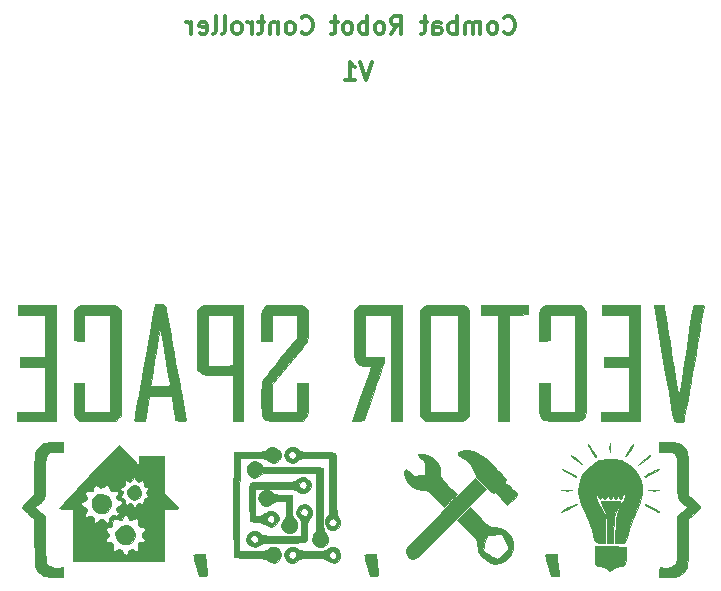
<source format=gbr>
G04 #@! TF.GenerationSoftware,KiCad,Pcbnew,5.1.2*
G04 #@! TF.CreationDate,2019-11-12T08:23:57-05:00*
G04 #@! TF.ProjectId,VS_robot_controller,56535f72-6f62-46f7-945f-636f6e74726f,rev?*
G04 #@! TF.SameCoordinates,Original*
G04 #@! TF.FileFunction,Legend,Bot*
G04 #@! TF.FilePolarity,Positive*
%FSLAX46Y46*%
G04 Gerber Fmt 4.6, Leading zero omitted, Abs format (unit mm)*
G04 Created by KiCad (PCBNEW 5.1.2) date 2019-11-12 08:23:57*
%MOMM*%
%LPD*%
G04 APERTURE LIST*
%ADD10C,0.300000*%
%ADD11C,0.010000*%
G04 APERTURE END LIST*
D10*
X207314285Y-54753571D02*
X206814285Y-56253571D01*
X206314285Y-54753571D01*
X205028571Y-56253571D02*
X205885714Y-56253571D01*
X205457142Y-56253571D02*
X205457142Y-54753571D01*
X205600000Y-54967857D01*
X205742857Y-55110714D01*
X205885714Y-55182142D01*
X218503571Y-52235714D02*
X218575000Y-52307142D01*
X218789285Y-52378571D01*
X218932142Y-52378571D01*
X219146428Y-52307142D01*
X219289285Y-52164285D01*
X219360714Y-52021428D01*
X219432142Y-51735714D01*
X219432142Y-51521428D01*
X219360714Y-51235714D01*
X219289285Y-51092857D01*
X219146428Y-50950000D01*
X218932142Y-50878571D01*
X218789285Y-50878571D01*
X218575000Y-50950000D01*
X218503571Y-51021428D01*
X217646428Y-52378571D02*
X217789285Y-52307142D01*
X217860714Y-52235714D01*
X217932142Y-52092857D01*
X217932142Y-51664285D01*
X217860714Y-51521428D01*
X217789285Y-51450000D01*
X217646428Y-51378571D01*
X217432142Y-51378571D01*
X217289285Y-51450000D01*
X217217857Y-51521428D01*
X217146428Y-51664285D01*
X217146428Y-52092857D01*
X217217857Y-52235714D01*
X217289285Y-52307142D01*
X217432142Y-52378571D01*
X217646428Y-52378571D01*
X216503571Y-52378571D02*
X216503571Y-51378571D01*
X216503571Y-51521428D02*
X216432142Y-51450000D01*
X216289285Y-51378571D01*
X216075000Y-51378571D01*
X215932142Y-51450000D01*
X215860714Y-51592857D01*
X215860714Y-52378571D01*
X215860714Y-51592857D02*
X215789285Y-51450000D01*
X215646428Y-51378571D01*
X215432142Y-51378571D01*
X215289285Y-51450000D01*
X215217857Y-51592857D01*
X215217857Y-52378571D01*
X214503571Y-52378571D02*
X214503571Y-50878571D01*
X214503571Y-51450000D02*
X214360714Y-51378571D01*
X214075000Y-51378571D01*
X213932142Y-51450000D01*
X213860714Y-51521428D01*
X213789285Y-51664285D01*
X213789285Y-52092857D01*
X213860714Y-52235714D01*
X213932142Y-52307142D01*
X214075000Y-52378571D01*
X214360714Y-52378571D01*
X214503571Y-52307142D01*
X212503571Y-52378571D02*
X212503571Y-51592857D01*
X212575000Y-51450000D01*
X212717857Y-51378571D01*
X213003571Y-51378571D01*
X213146428Y-51450000D01*
X212503571Y-52307142D02*
X212646428Y-52378571D01*
X213003571Y-52378571D01*
X213146428Y-52307142D01*
X213217857Y-52164285D01*
X213217857Y-52021428D01*
X213146428Y-51878571D01*
X213003571Y-51807142D01*
X212646428Y-51807142D01*
X212503571Y-51735714D01*
X212003571Y-51378571D02*
X211432142Y-51378571D01*
X211789285Y-50878571D02*
X211789285Y-52164285D01*
X211717857Y-52307142D01*
X211575000Y-52378571D01*
X211432142Y-52378571D01*
X208932142Y-52378571D02*
X209432142Y-51664285D01*
X209789285Y-52378571D02*
X209789285Y-50878571D01*
X209217857Y-50878571D01*
X209075000Y-50950000D01*
X209003571Y-51021428D01*
X208932142Y-51164285D01*
X208932142Y-51378571D01*
X209003571Y-51521428D01*
X209075000Y-51592857D01*
X209217857Y-51664285D01*
X209789285Y-51664285D01*
X208075000Y-52378571D02*
X208217857Y-52307142D01*
X208289285Y-52235714D01*
X208360714Y-52092857D01*
X208360714Y-51664285D01*
X208289285Y-51521428D01*
X208217857Y-51450000D01*
X208075000Y-51378571D01*
X207860714Y-51378571D01*
X207717857Y-51450000D01*
X207646428Y-51521428D01*
X207575000Y-51664285D01*
X207575000Y-52092857D01*
X207646428Y-52235714D01*
X207717857Y-52307142D01*
X207860714Y-52378571D01*
X208075000Y-52378571D01*
X206932142Y-52378571D02*
X206932142Y-50878571D01*
X206932142Y-51450000D02*
X206789285Y-51378571D01*
X206503571Y-51378571D01*
X206360714Y-51450000D01*
X206289285Y-51521428D01*
X206217857Y-51664285D01*
X206217857Y-52092857D01*
X206289285Y-52235714D01*
X206360714Y-52307142D01*
X206503571Y-52378571D01*
X206789285Y-52378571D01*
X206932142Y-52307142D01*
X205360714Y-52378571D02*
X205503571Y-52307142D01*
X205575000Y-52235714D01*
X205646428Y-52092857D01*
X205646428Y-51664285D01*
X205575000Y-51521428D01*
X205503571Y-51450000D01*
X205360714Y-51378571D01*
X205146428Y-51378571D01*
X205003571Y-51450000D01*
X204932142Y-51521428D01*
X204860714Y-51664285D01*
X204860714Y-52092857D01*
X204932142Y-52235714D01*
X205003571Y-52307142D01*
X205146428Y-52378571D01*
X205360714Y-52378571D01*
X204432142Y-51378571D02*
X203860714Y-51378571D01*
X204217857Y-50878571D02*
X204217857Y-52164285D01*
X204146428Y-52307142D01*
X204003571Y-52378571D01*
X203860714Y-52378571D01*
X201360714Y-52235714D02*
X201432142Y-52307142D01*
X201646428Y-52378571D01*
X201789285Y-52378571D01*
X202003571Y-52307142D01*
X202146428Y-52164285D01*
X202217857Y-52021428D01*
X202289285Y-51735714D01*
X202289285Y-51521428D01*
X202217857Y-51235714D01*
X202146428Y-51092857D01*
X202003571Y-50950000D01*
X201789285Y-50878571D01*
X201646428Y-50878571D01*
X201432142Y-50950000D01*
X201360714Y-51021428D01*
X200503571Y-52378571D02*
X200646428Y-52307142D01*
X200717857Y-52235714D01*
X200789285Y-52092857D01*
X200789285Y-51664285D01*
X200717857Y-51521428D01*
X200646428Y-51450000D01*
X200503571Y-51378571D01*
X200289285Y-51378571D01*
X200146428Y-51450000D01*
X200075000Y-51521428D01*
X200003571Y-51664285D01*
X200003571Y-52092857D01*
X200075000Y-52235714D01*
X200146428Y-52307142D01*
X200289285Y-52378571D01*
X200503571Y-52378571D01*
X199360714Y-51378571D02*
X199360714Y-52378571D01*
X199360714Y-51521428D02*
X199289285Y-51450000D01*
X199146428Y-51378571D01*
X198932142Y-51378571D01*
X198789285Y-51450000D01*
X198717857Y-51592857D01*
X198717857Y-52378571D01*
X198217857Y-51378571D02*
X197646428Y-51378571D01*
X198003571Y-50878571D02*
X198003571Y-52164285D01*
X197932142Y-52307142D01*
X197789285Y-52378571D01*
X197646428Y-52378571D01*
X197146428Y-52378571D02*
X197146428Y-51378571D01*
X197146428Y-51664285D02*
X197075000Y-51521428D01*
X197003571Y-51450000D01*
X196860714Y-51378571D01*
X196717857Y-51378571D01*
X196003571Y-52378571D02*
X196146428Y-52307142D01*
X196217857Y-52235714D01*
X196289285Y-52092857D01*
X196289285Y-51664285D01*
X196217857Y-51521428D01*
X196146428Y-51450000D01*
X196003571Y-51378571D01*
X195789285Y-51378571D01*
X195646428Y-51450000D01*
X195575000Y-51521428D01*
X195503571Y-51664285D01*
X195503571Y-52092857D01*
X195575000Y-52235714D01*
X195646428Y-52307142D01*
X195789285Y-52378571D01*
X196003571Y-52378571D01*
X194646428Y-52378571D02*
X194789285Y-52307142D01*
X194860714Y-52164285D01*
X194860714Y-50878571D01*
X193860714Y-52378571D02*
X194003571Y-52307142D01*
X194075000Y-52164285D01*
X194075000Y-50878571D01*
X192717857Y-52307142D02*
X192860714Y-52378571D01*
X193146428Y-52378571D01*
X193289285Y-52307142D01*
X193360714Y-52164285D01*
X193360714Y-51592857D01*
X193289285Y-51450000D01*
X193146428Y-51378571D01*
X192860714Y-51378571D01*
X192717857Y-51450000D01*
X192646428Y-51592857D01*
X192646428Y-51735714D01*
X193360714Y-51878571D01*
X192003571Y-52378571D02*
X192003571Y-51378571D01*
X192003571Y-51664285D02*
X191932142Y-51521428D01*
X191860714Y-51450000D01*
X191717857Y-51378571D01*
X191575000Y-51378571D01*
D11*
G36*
X186931391Y-90641986D02*
G01*
X186727163Y-90837572D01*
X186610142Y-91102363D01*
X186597667Y-91221145D01*
X186669594Y-91471088D01*
X186849538Y-91689340D01*
X187083743Y-91820163D01*
X187190334Y-91835667D01*
X187356141Y-91785626D01*
X187554038Y-91664772D01*
X187559916Y-91660188D01*
X187732461Y-91433663D01*
X187775277Y-91166312D01*
X187704252Y-90903730D01*
X187535277Y-90691512D01*
X187284242Y-90575251D01*
X187178469Y-90565667D01*
X186931391Y-90641986D01*
X186931391Y-90641986D01*
G37*
X186931391Y-90641986D02*
X186727163Y-90837572D01*
X186610142Y-91102363D01*
X186597667Y-91221145D01*
X186669594Y-91471088D01*
X186849538Y-91689340D01*
X187083743Y-91820163D01*
X187190334Y-91835667D01*
X187356141Y-91785626D01*
X187554038Y-91664772D01*
X187559916Y-91660188D01*
X187732461Y-91433663D01*
X187775277Y-91166312D01*
X187704252Y-90903730D01*
X187535277Y-90691512D01*
X187284242Y-90575251D01*
X187178469Y-90565667D01*
X186931391Y-90641986D01*
G36*
X184081228Y-91375042D02*
G01*
X183845595Y-91532042D01*
X183642262Y-91833438D01*
X183582487Y-92153950D01*
X183648535Y-92461126D01*
X183822673Y-92722516D01*
X184087167Y-92905670D01*
X184424283Y-92978137D01*
X184626277Y-92960582D01*
X184862074Y-92841439D01*
X185070370Y-92610640D01*
X185209343Y-92325257D01*
X185243000Y-92118991D01*
X185169562Y-91799644D01*
X184976213Y-91548585D01*
X184703407Y-91382804D01*
X184391594Y-91319293D01*
X184081228Y-91375042D01*
X184081228Y-91375042D01*
G37*
X184081228Y-91375042D02*
X183845595Y-91532042D01*
X183642262Y-91833438D01*
X183582487Y-92153950D01*
X183648535Y-92461126D01*
X183822673Y-92722516D01*
X184087167Y-92905670D01*
X184424283Y-92978137D01*
X184626277Y-92960582D01*
X184862074Y-92841439D01*
X185070370Y-92610640D01*
X185209343Y-92325257D01*
X185243000Y-92118991D01*
X185169562Y-91799644D01*
X184976213Y-91548585D01*
X184703407Y-91382804D01*
X184391594Y-91319293D01*
X184081228Y-91375042D01*
G36*
X186185776Y-94008566D02*
G01*
X185895557Y-94215084D01*
X185858820Y-94250913D01*
X185678581Y-94449385D01*
X185601699Y-94607550D01*
X185600771Y-94792691D01*
X185610660Y-94860196D01*
X185735646Y-95193360D01*
X185965831Y-95445836D01*
X186261884Y-95592919D01*
X186584477Y-95609904D01*
X186734140Y-95565891D01*
X186959292Y-95407818D01*
X187152318Y-95168184D01*
X187264064Y-94914257D01*
X187275000Y-94825711D01*
X187207747Y-94508395D01*
X187033502Y-94225446D01*
X186811700Y-94053483D01*
X186478279Y-93957367D01*
X186185776Y-94008566D01*
X186185776Y-94008566D01*
G37*
X186185776Y-94008566D02*
X185895557Y-94215084D01*
X185858820Y-94250913D01*
X185678581Y-94449385D01*
X185601699Y-94607550D01*
X185600771Y-94792691D01*
X185610660Y-94860196D01*
X185735646Y-95193360D01*
X185965831Y-95445836D01*
X186261884Y-95592919D01*
X186584477Y-95609904D01*
X186734140Y-95565891D01*
X186959292Y-95407818D01*
X187152318Y-95168184D01*
X187264064Y-94914257D01*
X187275000Y-94825711D01*
X187207747Y-94508395D01*
X187033502Y-94225446D01*
X186811700Y-94053483D01*
X186478279Y-93957367D01*
X186185776Y-94008566D01*
G36*
X177369000Y-76172333D02*
G01*
X179655000Y-76172333D01*
X179655000Y-79728333D01*
X177538334Y-79728333D01*
X177538334Y-80575000D01*
X179655000Y-80575000D01*
X179655000Y-84385000D01*
X177284334Y-84385000D01*
X177284334Y-85147000D01*
X180586334Y-85147000D01*
X180586334Y-75325667D01*
X177369000Y-75325667D01*
X177369000Y-76172333D01*
X177369000Y-76172333D01*
G37*
X177369000Y-76172333D02*
X179655000Y-76172333D01*
X179655000Y-79728333D01*
X177538334Y-79728333D01*
X177538334Y-80575000D01*
X179655000Y-80575000D01*
X179655000Y-84385000D01*
X177284334Y-84385000D01*
X177284334Y-85147000D01*
X180586334Y-85147000D01*
X180586334Y-75325667D01*
X177369000Y-75325667D01*
X177369000Y-76172333D01*
G36*
X183516218Y-75326474D02*
G01*
X183117229Y-75330983D01*
X182833826Y-75342327D01*
X182639135Y-75363638D01*
X182506284Y-75398046D01*
X182408400Y-75448684D01*
X182318609Y-75518684D01*
X182305555Y-75529863D01*
X182068000Y-75734059D01*
X182068000Y-78331333D01*
X182512500Y-78356924D01*
X182957000Y-78382516D01*
X182957000Y-76172333D01*
X185158334Y-76172333D01*
X185158334Y-84385000D01*
X182957000Y-84385000D01*
X182957000Y-81920817D01*
X182512500Y-81946409D01*
X182068000Y-81972000D01*
X182068000Y-83341204D01*
X182068971Y-83852542D01*
X182074327Y-84222892D01*
X182087732Y-84480600D01*
X182112852Y-84654010D01*
X182153352Y-84771468D01*
X182212896Y-84861317D01*
X182273259Y-84928704D01*
X182478518Y-85147000D01*
X185636817Y-85147000D01*
X185842075Y-84928512D01*
X186047334Y-84710024D01*
X186047334Y-75734338D01*
X185809779Y-75530002D01*
X185719037Y-75457081D01*
X185623894Y-75403961D01*
X185497478Y-75367506D01*
X185312918Y-75344584D01*
X185043341Y-75332060D01*
X184661875Y-75326801D01*
X184141648Y-75325673D01*
X184057667Y-75325667D01*
X183516218Y-75326474D01*
X183516218Y-75326474D01*
G37*
X183516218Y-75326474D02*
X183117229Y-75330983D01*
X182833826Y-75342327D01*
X182639135Y-75363638D01*
X182506284Y-75398046D01*
X182408400Y-75448684D01*
X182318609Y-75518684D01*
X182305555Y-75529863D01*
X182068000Y-75734059D01*
X182068000Y-78331333D01*
X182512500Y-78356924D01*
X182957000Y-78382516D01*
X182957000Y-76172333D01*
X185158334Y-76172333D01*
X185158334Y-84385000D01*
X182957000Y-84385000D01*
X182957000Y-81920817D01*
X182512500Y-81946409D01*
X182068000Y-81972000D01*
X182068000Y-83341204D01*
X182068971Y-83852542D01*
X182074327Y-84222892D01*
X182087732Y-84480600D01*
X182112852Y-84654010D01*
X182153352Y-84771468D01*
X182212896Y-84861317D01*
X182273259Y-84928704D01*
X182478518Y-85147000D01*
X185636817Y-85147000D01*
X185842075Y-84928512D01*
X186047334Y-84710024D01*
X186047334Y-75734338D01*
X185809779Y-75530002D01*
X185719037Y-75457081D01*
X185623894Y-75403961D01*
X185497478Y-75367506D01*
X185312918Y-75344584D01*
X185043341Y-75332060D01*
X184661875Y-75326801D01*
X184141648Y-75325673D01*
X184057667Y-75325667D01*
X183516218Y-75326474D01*
G36*
X189119353Y-75254486D02*
G01*
X188963981Y-75288488D01*
X188937648Y-75306820D01*
X188918140Y-75395926D01*
X188872502Y-75633895D01*
X188803928Y-76002815D01*
X188715612Y-76484776D01*
X188610747Y-77061865D01*
X188492528Y-77716171D01*
X188364147Y-78429782D01*
X188228798Y-79184786D01*
X188089675Y-79963272D01*
X187949972Y-80747327D01*
X187812882Y-81519042D01*
X187681599Y-82260502D01*
X187559317Y-82953798D01*
X187449228Y-83581017D01*
X187354528Y-84124248D01*
X187278409Y-84565578D01*
X187224065Y-84887097D01*
X187194690Y-85070892D01*
X187190334Y-85106683D01*
X187266787Y-85129105D01*
X187463362Y-85143743D01*
X187639867Y-85147000D01*
X188089399Y-85147000D01*
X188253768Y-84109833D01*
X188418137Y-83072667D01*
X190360154Y-83072667D01*
X190505429Y-84004000D01*
X190564632Y-84389617D01*
X190613256Y-84717785D01*
X190645658Y-84949686D01*
X190656185Y-85041167D01*
X190739557Y-85111115D01*
X190983033Y-85144018D01*
X191128947Y-85147000D01*
X191394504Y-85142084D01*
X191527832Y-85116195D01*
X191565980Y-85052620D01*
X191551254Y-84956500D01*
X191526066Y-84829440D01*
X191474959Y-84555011D01*
X191401397Y-84152606D01*
X191308846Y-83641621D01*
X191200767Y-83041449D01*
X191080627Y-82371486D01*
X191032644Y-82102993D01*
X190211527Y-82102993D01*
X190159417Y-82146301D01*
X190022020Y-82170679D01*
X189770819Y-82181381D01*
X189402696Y-82183667D01*
X188555647Y-82183667D01*
X188606122Y-81866167D01*
X188759051Y-80914490D01*
X188900850Y-80052442D01*
X189029613Y-79290608D01*
X189143433Y-78639573D01*
X189240406Y-78109923D01*
X189318626Y-77712243D01*
X189376187Y-77457118D01*
X189411184Y-77355132D01*
X189417785Y-77357667D01*
X189443995Y-77472796D01*
X189492134Y-77731709D01*
X189558175Y-78110857D01*
X189638094Y-78586692D01*
X189727863Y-79135664D01*
X189815838Y-79686000D01*
X189910955Y-80282878D01*
X189999444Y-80829610D01*
X190077338Y-81302361D01*
X190140671Y-81677298D01*
X190185476Y-81930586D01*
X190206869Y-82035500D01*
X190211527Y-82102993D01*
X191032644Y-82102993D01*
X190951888Y-81651127D01*
X190818015Y-80899765D01*
X190682472Y-80136796D01*
X190548723Y-79381615D01*
X190420232Y-78653615D01*
X190300463Y-77972192D01*
X190192880Y-77356740D01*
X190156227Y-77146000D01*
X190066906Y-76645658D01*
X189981483Y-76192736D01*
X189906109Y-75817947D01*
X189846938Y-75552009D01*
X189812782Y-75431500D01*
X189730797Y-75308854D01*
X189583896Y-75252984D01*
X189356146Y-75241000D01*
X189119353Y-75254486D01*
X189119353Y-75254486D01*
G37*
X189119353Y-75254486D02*
X188963981Y-75288488D01*
X188937648Y-75306820D01*
X188918140Y-75395926D01*
X188872502Y-75633895D01*
X188803928Y-76002815D01*
X188715612Y-76484776D01*
X188610747Y-77061865D01*
X188492528Y-77716171D01*
X188364147Y-78429782D01*
X188228798Y-79184786D01*
X188089675Y-79963272D01*
X187949972Y-80747327D01*
X187812882Y-81519042D01*
X187681599Y-82260502D01*
X187559317Y-82953798D01*
X187449228Y-83581017D01*
X187354528Y-84124248D01*
X187278409Y-84565578D01*
X187224065Y-84887097D01*
X187194690Y-85070892D01*
X187190334Y-85106683D01*
X187266787Y-85129105D01*
X187463362Y-85143743D01*
X187639867Y-85147000D01*
X188089399Y-85147000D01*
X188253768Y-84109833D01*
X188418137Y-83072667D01*
X190360154Y-83072667D01*
X190505429Y-84004000D01*
X190564632Y-84389617D01*
X190613256Y-84717785D01*
X190645658Y-84949686D01*
X190656185Y-85041167D01*
X190739557Y-85111115D01*
X190983033Y-85144018D01*
X191128947Y-85147000D01*
X191394504Y-85142084D01*
X191527832Y-85116195D01*
X191565980Y-85052620D01*
X191551254Y-84956500D01*
X191526066Y-84829440D01*
X191474959Y-84555011D01*
X191401397Y-84152606D01*
X191308846Y-83641621D01*
X191200767Y-83041449D01*
X191080627Y-82371486D01*
X191032644Y-82102993D01*
X190211527Y-82102993D01*
X190159417Y-82146301D01*
X190022020Y-82170679D01*
X189770819Y-82181381D01*
X189402696Y-82183667D01*
X188555647Y-82183667D01*
X188606122Y-81866167D01*
X188759051Y-80914490D01*
X188900850Y-80052442D01*
X189029613Y-79290608D01*
X189143433Y-78639573D01*
X189240406Y-78109923D01*
X189318626Y-77712243D01*
X189376187Y-77457118D01*
X189411184Y-77355132D01*
X189417785Y-77357667D01*
X189443995Y-77472796D01*
X189492134Y-77731709D01*
X189558175Y-78110857D01*
X189638094Y-78586692D01*
X189727863Y-79135664D01*
X189815838Y-79686000D01*
X189910955Y-80282878D01*
X189999444Y-80829610D01*
X190077338Y-81302361D01*
X190140671Y-81677298D01*
X190185476Y-81930586D01*
X190206869Y-82035500D01*
X190211527Y-82102993D01*
X191032644Y-82102993D01*
X190951888Y-81651127D01*
X190818015Y-80899765D01*
X190682472Y-80136796D01*
X190548723Y-79381615D01*
X190420232Y-78653615D01*
X190300463Y-77972192D01*
X190192880Y-77356740D01*
X190156227Y-77146000D01*
X190066906Y-76645658D01*
X189981483Y-76192736D01*
X189906109Y-75817947D01*
X189846938Y-75552009D01*
X189812782Y-75431500D01*
X189730797Y-75308854D01*
X189583896Y-75252984D01*
X189356146Y-75241000D01*
X189119353Y-75254486D01*
G36*
X194095287Y-75326128D02*
G01*
X193656264Y-75329233D01*
X193338256Y-75337559D01*
X193117104Y-75353684D01*
X192968651Y-75380186D01*
X192868735Y-75419644D01*
X192793200Y-75474636D01*
X192732152Y-75533485D01*
X192524334Y-75741303D01*
X192524334Y-80836697D01*
X192732152Y-81044515D01*
X192817190Y-81123253D01*
X192908535Y-81179082D01*
X193035042Y-81215938D01*
X193225568Y-81237754D01*
X193508968Y-81248467D01*
X193914098Y-81252010D01*
X194256152Y-81252333D01*
X195572334Y-81252333D01*
X195572334Y-85147000D01*
X196419000Y-85147000D01*
X196419000Y-76172333D01*
X195572334Y-76172333D01*
X195572334Y-78274889D01*
X195570150Y-78855276D01*
X195564009Y-79378814D01*
X195554528Y-79821936D01*
X195542321Y-80161076D01*
X195528007Y-80372666D01*
X195515889Y-80433889D01*
X195413693Y-80455948D01*
X195177645Y-80473969D01*
X194843213Y-80486060D01*
X194457556Y-80490333D01*
X193455667Y-80490333D01*
X193455667Y-76172333D01*
X195572334Y-76172333D01*
X196419000Y-76172333D01*
X196419000Y-75325667D01*
X194679485Y-75325667D01*
X194095287Y-75326128D01*
X194095287Y-75326128D01*
G37*
X194095287Y-75326128D02*
X193656264Y-75329233D01*
X193338256Y-75337559D01*
X193117104Y-75353684D01*
X192968651Y-75380186D01*
X192868735Y-75419644D01*
X192793200Y-75474636D01*
X192732152Y-75533485D01*
X192524334Y-75741303D01*
X192524334Y-80836697D01*
X192732152Y-81044515D01*
X192817190Y-81123253D01*
X192908535Y-81179082D01*
X193035042Y-81215938D01*
X193225568Y-81237754D01*
X193508968Y-81248467D01*
X193914098Y-81252010D01*
X194256152Y-81252333D01*
X195572334Y-81252333D01*
X195572334Y-85147000D01*
X196419000Y-85147000D01*
X196419000Y-76172333D01*
X195572334Y-76172333D01*
X195572334Y-78274889D01*
X195570150Y-78855276D01*
X195564009Y-79378814D01*
X195554528Y-79821936D01*
X195542321Y-80161076D01*
X195528007Y-80372666D01*
X195515889Y-80433889D01*
X195413693Y-80455948D01*
X195177645Y-80473969D01*
X194843213Y-80486060D01*
X194457556Y-80490333D01*
X193455667Y-80490333D01*
X193455667Y-76172333D01*
X195572334Y-76172333D01*
X196419000Y-76172333D01*
X196419000Y-75325667D01*
X194679485Y-75325667D01*
X194095287Y-75326128D01*
G36*
X198162193Y-75586163D02*
G01*
X198077679Y-75692799D01*
X198018262Y-75798981D01*
X197979524Y-75935428D01*
X197957047Y-76132858D01*
X197946413Y-76421991D01*
X197943202Y-76833545D01*
X197943000Y-77110163D01*
X197943000Y-78373667D01*
X198874334Y-78373667D01*
X198874334Y-76172333D01*
X200991000Y-76172333D01*
X200991000Y-78120404D01*
X199549783Y-79855146D01*
X199160530Y-80328010D01*
X198804840Y-80768349D01*
X198498051Y-81156514D01*
X198255500Y-81472856D01*
X198092524Y-81697726D01*
X198025783Y-81807622D01*
X197996433Y-81967660D01*
X197971661Y-82260649D01*
X197953491Y-82650227D01*
X197943949Y-83100031D01*
X197943000Y-83294049D01*
X197950706Y-83892675D01*
X197976879Y-84343983D01*
X198026104Y-84669420D01*
X198102962Y-84890430D01*
X198212039Y-85028460D01*
X198327794Y-85094406D01*
X198454091Y-85111485D01*
X198719438Y-85126248D01*
X199093553Y-85137723D01*
X199546160Y-85144940D01*
X199967167Y-85147000D01*
X201469483Y-85147000D01*
X201674742Y-84928691D01*
X201751243Y-84840850D01*
X201805908Y-84746982D01*
X201842404Y-84618741D01*
X201864395Y-84427782D01*
X201875546Y-84145760D01*
X201879522Y-83744330D01*
X201880000Y-83341191D01*
X201880000Y-81972000D01*
X201435500Y-81946409D01*
X200991000Y-81920817D01*
X200991000Y-84385000D01*
X198874334Y-84385000D01*
X198874334Y-82054536D01*
X200239851Y-80404601D01*
X200620980Y-79942460D01*
X200972184Y-79513527D01*
X201277016Y-79138133D01*
X201519034Y-78836606D01*
X201681792Y-78629276D01*
X201742685Y-78546723D01*
X201797563Y-78433184D01*
X201836209Y-78267510D01*
X201861131Y-78022139D01*
X201874832Y-77669511D01*
X201879821Y-77182064D01*
X201880000Y-77036559D01*
X201880000Y-75734338D01*
X201642446Y-75530002D01*
X201551617Y-75457022D01*
X201456376Y-75403877D01*
X201329820Y-75367423D01*
X201145044Y-75344518D01*
X200875142Y-75332020D01*
X200493210Y-75326786D01*
X199972343Y-75325672D01*
X199893139Y-75325667D01*
X198381386Y-75325667D01*
X198162193Y-75586163D01*
X198162193Y-75586163D01*
G37*
X198162193Y-75586163D02*
X198077679Y-75692799D01*
X198018262Y-75798981D01*
X197979524Y-75935428D01*
X197957047Y-76132858D01*
X197946413Y-76421991D01*
X197943202Y-76833545D01*
X197943000Y-77110163D01*
X197943000Y-78373667D01*
X198874334Y-78373667D01*
X198874334Y-76172333D01*
X200991000Y-76172333D01*
X200991000Y-78120404D01*
X199549783Y-79855146D01*
X199160530Y-80328010D01*
X198804840Y-80768349D01*
X198498051Y-81156514D01*
X198255500Y-81472856D01*
X198092524Y-81697726D01*
X198025783Y-81807622D01*
X197996433Y-81967660D01*
X197971661Y-82260649D01*
X197953491Y-82650227D01*
X197943949Y-83100031D01*
X197943000Y-83294049D01*
X197950706Y-83892675D01*
X197976879Y-84343983D01*
X198026104Y-84669420D01*
X198102962Y-84890430D01*
X198212039Y-85028460D01*
X198327794Y-85094406D01*
X198454091Y-85111485D01*
X198719438Y-85126248D01*
X199093553Y-85137723D01*
X199546160Y-85144940D01*
X199967167Y-85147000D01*
X201469483Y-85147000D01*
X201674742Y-84928691D01*
X201751243Y-84840850D01*
X201805908Y-84746982D01*
X201842404Y-84618741D01*
X201864395Y-84427782D01*
X201875546Y-84145760D01*
X201879522Y-83744330D01*
X201880000Y-83341191D01*
X201880000Y-81972000D01*
X201435500Y-81946409D01*
X200991000Y-81920817D01*
X200991000Y-84385000D01*
X198874334Y-84385000D01*
X198874334Y-82054536D01*
X200239851Y-80404601D01*
X200620980Y-79942460D01*
X200972184Y-79513527D01*
X201277016Y-79138133D01*
X201519034Y-78836606D01*
X201681792Y-78629276D01*
X201742685Y-78546723D01*
X201797563Y-78433184D01*
X201836209Y-78267510D01*
X201861131Y-78022139D01*
X201874832Y-77669511D01*
X201879821Y-77182064D01*
X201880000Y-77036559D01*
X201880000Y-75734338D01*
X201642446Y-75530002D01*
X201551617Y-75457022D01*
X201456376Y-75403877D01*
X201329820Y-75367423D01*
X201145044Y-75344518D01*
X200875142Y-75332020D01*
X200493210Y-75326786D01*
X199972343Y-75325672D01*
X199893139Y-75325667D01*
X198381386Y-75325667D01*
X198162193Y-75586163D01*
G36*
X207456876Y-75326068D02*
G01*
X207002805Y-75328872D01*
X206671143Y-75336478D01*
X206438426Y-75351286D01*
X206281194Y-75375695D01*
X206175984Y-75412105D01*
X206099333Y-75462915D01*
X206027778Y-75530525D01*
X206024819Y-75533485D01*
X205817000Y-75741303D01*
X205817000Y-77857097D01*
X205817373Y-78509491D01*
X205819719Y-79014273D01*
X205825878Y-79393165D01*
X205837691Y-79667889D01*
X205857000Y-79860165D01*
X205885644Y-79991716D01*
X205925464Y-80084262D01*
X205978302Y-80159527D01*
X206015895Y-80204119D01*
X206160453Y-80340497D01*
X206336172Y-80419167D01*
X206601175Y-80461848D01*
X206735561Y-80473016D01*
X207007111Y-80497030D01*
X207195514Y-80522047D01*
X207256334Y-80540286D01*
X207229018Y-80624518D01*
X207151863Y-80847773D01*
X207032055Y-81189633D01*
X206876782Y-81629677D01*
X206693232Y-82147488D01*
X206488593Y-82722647D01*
X206452000Y-82825285D01*
X206244406Y-83408662D01*
X206056688Y-83938624D01*
X205896041Y-84394659D01*
X205769660Y-84756260D01*
X205684740Y-85002916D01*
X205648476Y-85114119D01*
X205647667Y-85118066D01*
X205724195Y-85134238D01*
X205922063Y-85137283D01*
X206124798Y-85130058D01*
X206601928Y-85104667D01*
X207474907Y-82607000D01*
X207691078Y-81982982D01*
X207888056Y-81403737D01*
X208058958Y-80890344D01*
X208196904Y-80463885D01*
X208295012Y-80145441D01*
X208346400Y-79956092D01*
X208352443Y-79918833D01*
X208346438Y-79830535D01*
X208302313Y-79774836D01*
X208188592Y-79744239D01*
X207973798Y-79731245D01*
X207626454Y-79728358D01*
X207552667Y-79728333D01*
X206748334Y-79728333D01*
X206748334Y-76172333D01*
X208949667Y-76172333D01*
X208949667Y-85147000D01*
X209881000Y-85147000D01*
X209881000Y-75325667D01*
X208056819Y-75325667D01*
X207456876Y-75326068D01*
X207456876Y-75326068D01*
G37*
X207456876Y-75326068D02*
X207002805Y-75328872D01*
X206671143Y-75336478D01*
X206438426Y-75351286D01*
X206281194Y-75375695D01*
X206175984Y-75412105D01*
X206099333Y-75462915D01*
X206027778Y-75530525D01*
X206024819Y-75533485D01*
X205817000Y-75741303D01*
X205817000Y-77857097D01*
X205817373Y-78509491D01*
X205819719Y-79014273D01*
X205825878Y-79393165D01*
X205837691Y-79667889D01*
X205857000Y-79860165D01*
X205885644Y-79991716D01*
X205925464Y-80084262D01*
X205978302Y-80159527D01*
X206015895Y-80204119D01*
X206160453Y-80340497D01*
X206336172Y-80419167D01*
X206601175Y-80461848D01*
X206735561Y-80473016D01*
X207007111Y-80497030D01*
X207195514Y-80522047D01*
X207256334Y-80540286D01*
X207229018Y-80624518D01*
X207151863Y-80847773D01*
X207032055Y-81189633D01*
X206876782Y-81629677D01*
X206693232Y-82147488D01*
X206488593Y-82722647D01*
X206452000Y-82825285D01*
X206244406Y-83408662D01*
X206056688Y-83938624D01*
X205896041Y-84394659D01*
X205769660Y-84756260D01*
X205684740Y-85002916D01*
X205648476Y-85114119D01*
X205647667Y-85118066D01*
X205724195Y-85134238D01*
X205922063Y-85137283D01*
X206124798Y-85130058D01*
X206601928Y-85104667D01*
X207474907Y-82607000D01*
X207691078Y-81982982D01*
X207888056Y-81403737D01*
X208058958Y-80890344D01*
X208196904Y-80463885D01*
X208295012Y-80145441D01*
X208346400Y-79956092D01*
X208352443Y-79918833D01*
X208346438Y-79830535D01*
X208302313Y-79774836D01*
X208188592Y-79744239D01*
X207973798Y-79731245D01*
X207626454Y-79728358D01*
X207552667Y-79728333D01*
X206748334Y-79728333D01*
X206748334Y-76172333D01*
X208949667Y-76172333D01*
X208949667Y-85147000D01*
X209881000Y-85147000D01*
X209881000Y-75325667D01*
X208056819Y-75325667D01*
X207456876Y-75326068D01*
G36*
X212920020Y-75326309D02*
G01*
X212496051Y-75330069D01*
X212190580Y-75339700D01*
X211978190Y-75357951D01*
X211833463Y-75387575D01*
X211730981Y-75431323D01*
X211645328Y-75491947D01*
X211600222Y-75530002D01*
X211362667Y-75734338D01*
X211362667Y-84710024D01*
X211567926Y-84928512D01*
X211773184Y-85147000D01*
X213455608Y-85147000D01*
X214028989Y-85146491D01*
X214457702Y-85143157D01*
X214766411Y-85134286D01*
X214979779Y-85117166D01*
X215122472Y-85089086D01*
X215219153Y-85047334D01*
X215294487Y-84989199D01*
X215345849Y-84939182D01*
X215553667Y-84731363D01*
X215553667Y-76172333D01*
X214622334Y-76172333D01*
X214622334Y-84385000D01*
X212251667Y-84385000D01*
X212251667Y-76172333D01*
X214622334Y-76172333D01*
X215553667Y-76172333D01*
X215553667Y-75741303D01*
X215345849Y-75533485D01*
X215270215Y-75462120D01*
X215189813Y-75409307D01*
X215079678Y-75372254D01*
X214914846Y-75348168D01*
X214670352Y-75334257D01*
X214321233Y-75327727D01*
X213842523Y-75325788D01*
X213487904Y-75325667D01*
X212920020Y-75326309D01*
X212920020Y-75326309D01*
G37*
X212920020Y-75326309D02*
X212496051Y-75330069D01*
X212190580Y-75339700D01*
X211978190Y-75357951D01*
X211833463Y-75387575D01*
X211730981Y-75431323D01*
X211645328Y-75491947D01*
X211600222Y-75530002D01*
X211362667Y-75734338D01*
X211362667Y-84710024D01*
X211567926Y-84928512D01*
X211773184Y-85147000D01*
X213455608Y-85147000D01*
X214028989Y-85146491D01*
X214457702Y-85143157D01*
X214766411Y-85134286D01*
X214979779Y-85117166D01*
X215122472Y-85089086D01*
X215219153Y-85047334D01*
X215294487Y-84989199D01*
X215345849Y-84939182D01*
X215553667Y-84731363D01*
X215553667Y-76172333D01*
X214622334Y-76172333D01*
X214622334Y-84385000D01*
X212251667Y-84385000D01*
X212251667Y-76172333D01*
X214622334Y-76172333D01*
X215553667Y-76172333D01*
X215553667Y-75741303D01*
X215345849Y-75533485D01*
X215270215Y-75462120D01*
X215189813Y-75409307D01*
X215079678Y-75372254D01*
X214914846Y-75348168D01*
X214670352Y-75334257D01*
X214321233Y-75327727D01*
X213842523Y-75325788D01*
X213487904Y-75325667D01*
X212920020Y-75326309D01*
G36*
X216569667Y-76172333D02*
G01*
X218009000Y-76172333D01*
X218009000Y-85147000D01*
X218940334Y-85147000D01*
X218940334Y-76178688D01*
X219723500Y-76154344D01*
X220506667Y-76130000D01*
X220532473Y-75727833D01*
X220558278Y-75325667D01*
X216569667Y-75325667D01*
X216569667Y-76172333D01*
X216569667Y-76172333D01*
G37*
X216569667Y-76172333D02*
X218009000Y-76172333D01*
X218009000Y-85147000D01*
X218940334Y-85147000D01*
X218940334Y-76178688D01*
X219723500Y-76154344D01*
X220506667Y-76130000D01*
X220532473Y-75727833D01*
X220558278Y-75325667D01*
X216569667Y-75325667D01*
X216569667Y-76172333D01*
G36*
X222908489Y-75326293D02*
G01*
X222501853Y-75330194D01*
X222212881Y-75340402D01*
X222015742Y-75359949D01*
X221884600Y-75391868D01*
X221793623Y-75439191D01*
X221716975Y-75504951D01*
X221688152Y-75533485D01*
X221609529Y-75618374D01*
X221553742Y-75709544D01*
X221516878Y-75835786D01*
X221495021Y-76025894D01*
X221484257Y-76308659D01*
X221480671Y-76712874D01*
X221480334Y-77061909D01*
X221480334Y-78382516D01*
X221924834Y-78356924D01*
X222369334Y-78331333D01*
X222416726Y-76172333D01*
X224528334Y-76172333D01*
X224528334Y-84385000D01*
X222416316Y-84385000D01*
X222369334Y-81972000D01*
X221924834Y-81946409D01*
X221480334Y-81920817D01*
X221480334Y-83349817D01*
X221478716Y-83924666D01*
X221487337Y-84362295D01*
X221526403Y-84681235D01*
X221616123Y-84900013D01*
X221776705Y-85037158D01*
X222028358Y-85111199D01*
X222391291Y-85140665D01*
X222885710Y-85144085D01*
X223433124Y-85140316D01*
X223935378Y-85135929D01*
X224382393Y-85127800D01*
X224745286Y-85116795D01*
X224995177Y-85103779D01*
X225101615Y-85090333D01*
X225213708Y-84989471D01*
X225333314Y-84807075D01*
X225334449Y-84804888D01*
X225362997Y-84728185D01*
X225386990Y-84608658D01*
X225406801Y-84432634D01*
X225422801Y-84186437D01*
X225435364Y-83856392D01*
X225444860Y-83428825D01*
X225451663Y-82890060D01*
X225456144Y-82226424D01*
X225458676Y-81424241D01*
X225459631Y-80469836D01*
X225459667Y-80204700D01*
X225459667Y-75846659D01*
X225021281Y-75325667D01*
X223458626Y-75325667D01*
X222908489Y-75326293D01*
X222908489Y-75326293D01*
G37*
X222908489Y-75326293D02*
X222501853Y-75330194D01*
X222212881Y-75340402D01*
X222015742Y-75359949D01*
X221884600Y-75391868D01*
X221793623Y-75439191D01*
X221716975Y-75504951D01*
X221688152Y-75533485D01*
X221609529Y-75618374D01*
X221553742Y-75709544D01*
X221516878Y-75835786D01*
X221495021Y-76025894D01*
X221484257Y-76308659D01*
X221480671Y-76712874D01*
X221480334Y-77061909D01*
X221480334Y-78382516D01*
X221924834Y-78356924D01*
X222369334Y-78331333D01*
X222416726Y-76172333D01*
X224528334Y-76172333D01*
X224528334Y-84385000D01*
X222416316Y-84385000D01*
X222369334Y-81972000D01*
X221924834Y-81946409D01*
X221480334Y-81920817D01*
X221480334Y-83349817D01*
X221478716Y-83924666D01*
X221487337Y-84362295D01*
X221526403Y-84681235D01*
X221616123Y-84900013D01*
X221776705Y-85037158D01*
X222028358Y-85111199D01*
X222391291Y-85140665D01*
X222885710Y-85144085D01*
X223433124Y-85140316D01*
X223935378Y-85135929D01*
X224382393Y-85127800D01*
X224745286Y-85116795D01*
X224995177Y-85103779D01*
X225101615Y-85090333D01*
X225213708Y-84989471D01*
X225333314Y-84807075D01*
X225334449Y-84804888D01*
X225362997Y-84728185D01*
X225386990Y-84608658D01*
X225406801Y-84432634D01*
X225422801Y-84186437D01*
X225435364Y-83856392D01*
X225444860Y-83428825D01*
X225451663Y-82890060D01*
X225456144Y-82226424D01*
X225458676Y-81424241D01*
X225459631Y-80469836D01*
X225459667Y-80204700D01*
X225459667Y-75846659D01*
X225021281Y-75325667D01*
X223458626Y-75325667D01*
X222908489Y-75326293D01*
G36*
X226814334Y-76172333D02*
G01*
X229100334Y-76172333D01*
X229100334Y-79728333D01*
X226983667Y-79728333D01*
X226983667Y-80575000D01*
X229100334Y-80575000D01*
X229100334Y-84385000D01*
X226729667Y-84385000D01*
X226729667Y-85147000D01*
X230031667Y-85147000D01*
X230031667Y-75325667D01*
X226814334Y-75325667D01*
X226814334Y-76172333D01*
X226814334Y-76172333D01*
G37*
X226814334Y-76172333D02*
X229100334Y-76172333D01*
X229100334Y-79728333D01*
X226983667Y-79728333D01*
X226983667Y-80575000D01*
X229100334Y-80575000D01*
X229100334Y-84385000D01*
X226729667Y-84385000D01*
X226729667Y-85147000D01*
X230031667Y-85147000D01*
X230031667Y-75325667D01*
X226814334Y-75325667D01*
X226814334Y-76172333D01*
G36*
X234728900Y-75333694D02*
G01*
X234581939Y-75369142D01*
X234513345Y-75449057D01*
X234493057Y-75516166D01*
X234471231Y-75637528D01*
X234426551Y-75908368D01*
X234361845Y-76310787D01*
X234279946Y-76826890D01*
X234183681Y-77438779D01*
X234075883Y-78128558D01*
X233959380Y-78878330D01*
X233870341Y-79454054D01*
X233750695Y-80225162D01*
X233638575Y-80939983D01*
X233536636Y-81582152D01*
X233447533Y-82135303D01*
X233373920Y-82583073D01*
X233318452Y-82909096D01*
X233283785Y-83097008D01*
X233272853Y-83137054D01*
X233256318Y-83042696D01*
X233216491Y-82797892D01*
X233156039Y-82419523D01*
X233077630Y-81924474D01*
X232983931Y-81329629D01*
X232877609Y-80651873D01*
X232761331Y-79908088D01*
X232654586Y-79223251D01*
X232531747Y-78437390D01*
X232416153Y-77704208D01*
X232310505Y-77040386D01*
X232217504Y-76462608D01*
X232139851Y-75987555D01*
X232080249Y-75631910D01*
X232041399Y-75412355D01*
X232026558Y-75345001D01*
X231932854Y-75333138D01*
X231726019Y-75334948D01*
X231581294Y-75342084D01*
X231164863Y-75368000D01*
X231996186Y-80194000D01*
X232148827Y-81078098D01*
X232293725Y-81913478D01*
X232428214Y-82685017D01*
X232549624Y-83377591D01*
X232655288Y-83976074D01*
X232742538Y-84465342D01*
X232808704Y-84830272D01*
X232851120Y-85055738D01*
X232866264Y-85125833D01*
X232965698Y-85186922D01*
X233166355Y-85223079D01*
X233401595Y-85231624D01*
X233604776Y-85209879D01*
X233706865Y-85159624D01*
X233729007Y-85065068D01*
X233776813Y-84818714D01*
X233847586Y-84435705D01*
X233938629Y-83931186D01*
X234047244Y-83320300D01*
X234170735Y-82618191D01*
X234306405Y-81840002D01*
X234451556Y-81000877D01*
X234562596Y-80354791D01*
X234713239Y-79477769D01*
X234856332Y-78648304D01*
X234989164Y-77881858D01*
X235109028Y-77193897D01*
X235213213Y-76599884D01*
X235299010Y-76115284D01*
X235363710Y-75755560D01*
X235404602Y-75536179D01*
X235417774Y-75473833D01*
X235421558Y-75388268D01*
X235344104Y-75343517D01*
X235150251Y-75327123D01*
X234999551Y-75325667D01*
X234728900Y-75333694D01*
X234728900Y-75333694D01*
G37*
X234728900Y-75333694D02*
X234581939Y-75369142D01*
X234513345Y-75449057D01*
X234493057Y-75516166D01*
X234471231Y-75637528D01*
X234426551Y-75908368D01*
X234361845Y-76310787D01*
X234279946Y-76826890D01*
X234183681Y-77438779D01*
X234075883Y-78128558D01*
X233959380Y-78878330D01*
X233870341Y-79454054D01*
X233750695Y-80225162D01*
X233638575Y-80939983D01*
X233536636Y-81582152D01*
X233447533Y-82135303D01*
X233373920Y-82583073D01*
X233318452Y-82909096D01*
X233283785Y-83097008D01*
X233272853Y-83137054D01*
X233256318Y-83042696D01*
X233216491Y-82797892D01*
X233156039Y-82419523D01*
X233077630Y-81924474D01*
X232983931Y-81329629D01*
X232877609Y-80651873D01*
X232761331Y-79908088D01*
X232654586Y-79223251D01*
X232531747Y-78437390D01*
X232416153Y-77704208D01*
X232310505Y-77040386D01*
X232217504Y-76462608D01*
X232139851Y-75987555D01*
X232080249Y-75631910D01*
X232041399Y-75412355D01*
X232026558Y-75345001D01*
X231932854Y-75333138D01*
X231726019Y-75334948D01*
X231581294Y-75342084D01*
X231164863Y-75368000D01*
X231996186Y-80194000D01*
X232148827Y-81078098D01*
X232293725Y-81913478D01*
X232428214Y-82685017D01*
X232549624Y-83377591D01*
X232655288Y-83976074D01*
X232742538Y-84465342D01*
X232808704Y-84830272D01*
X232851120Y-85055738D01*
X232866264Y-85125833D01*
X232965698Y-85186922D01*
X233166355Y-85223079D01*
X233401595Y-85231624D01*
X233604776Y-85209879D01*
X233706865Y-85159624D01*
X233729007Y-85065068D01*
X233776813Y-84818714D01*
X233847586Y-84435705D01*
X233938629Y-83931186D01*
X234047244Y-83320300D01*
X234170735Y-82618191D01*
X234306405Y-81840002D01*
X234451556Y-81000877D01*
X234562596Y-80354791D01*
X234713239Y-79477769D01*
X234856332Y-78648304D01*
X234989164Y-77881858D01*
X235109028Y-77193897D01*
X235213213Y-76599884D01*
X235299010Y-76115284D01*
X235363710Y-75755560D01*
X235404602Y-75536179D01*
X235417774Y-75473833D01*
X235421558Y-75388268D01*
X235344104Y-75343517D01*
X235150251Y-75327123D01*
X234999551Y-75325667D01*
X234728900Y-75333694D01*
G36*
X227434094Y-87081772D02*
G01*
X227429878Y-87117388D01*
X227416330Y-87416383D01*
X227429394Y-87700322D01*
X227430561Y-87710055D01*
X227446530Y-87768411D01*
X227458282Y-87677391D01*
X227463738Y-87456937D01*
X227463885Y-87390667D01*
X227459652Y-87150380D01*
X227449030Y-87041859D01*
X227434094Y-87081772D01*
X227434094Y-87081772D01*
G37*
X227434094Y-87081772D02*
X227429878Y-87117388D01*
X227416330Y-87416383D01*
X227429394Y-87700322D01*
X227430561Y-87710055D01*
X227446530Y-87768411D01*
X227458282Y-87677391D01*
X227463738Y-87456937D01*
X227463885Y-87390667D01*
X227459652Y-87150380D01*
X227449030Y-87041859D01*
X227434094Y-87081772D01*
G36*
X225592256Y-87209281D02*
G01*
X225685863Y-87387659D01*
X225823552Y-87616578D01*
X225977647Y-87852775D01*
X226120477Y-88052985D01*
X226224367Y-88173945D01*
X226252571Y-88191172D01*
X226262504Y-88133454D01*
X226190509Y-87987078D01*
X226174753Y-87962167D01*
X225931494Y-87589607D01*
X225763920Y-87340012D01*
X225657401Y-87193110D01*
X225597306Y-87128626D01*
X225570405Y-87124707D01*
X225592256Y-87209281D01*
X225592256Y-87209281D01*
G37*
X225592256Y-87209281D02*
X225685863Y-87387659D01*
X225823552Y-87616578D01*
X225977647Y-87852775D01*
X226120477Y-88052985D01*
X226224367Y-88173945D01*
X226252571Y-88191172D01*
X226262504Y-88133454D01*
X226190509Y-87987078D01*
X226174753Y-87962167D01*
X225931494Y-87589607D01*
X225763920Y-87340012D01*
X225657401Y-87193110D01*
X225597306Y-87128626D01*
X225570405Y-87124707D01*
X225592256Y-87209281D01*
G36*
X229348150Y-87212175D02*
G01*
X229189459Y-87431007D01*
X229087363Y-87583074D01*
X228924948Y-87842327D01*
X228814643Y-88043726D01*
X228776616Y-88149810D01*
X228778970Y-88155858D01*
X228840045Y-88110818D01*
X228961511Y-87953069D01*
X229117947Y-87715878D01*
X229129840Y-87696689D01*
X229316326Y-87382143D01*
X229413558Y-87193022D01*
X229423508Y-87134606D01*
X229348150Y-87212175D01*
X229348150Y-87212175D01*
G37*
X229348150Y-87212175D02*
X229189459Y-87431007D01*
X229087363Y-87583074D01*
X228924948Y-87842327D01*
X228814643Y-88043726D01*
X228776616Y-88149810D01*
X228778970Y-88155858D01*
X228840045Y-88110818D01*
X228961511Y-87953069D01*
X229117947Y-87715878D01*
X229129840Y-87696689D01*
X229316326Y-87382143D01*
X229413558Y-87193022D01*
X229423508Y-87134606D01*
X229348150Y-87212175D01*
G36*
X224184078Y-88112078D02*
G01*
X224332592Y-88252452D01*
X224556635Y-88439775D01*
X224612092Y-88483748D01*
X224851044Y-88663732D01*
X225028474Y-88782585D01*
X225113196Y-88819852D01*
X225116275Y-88814451D01*
X225053673Y-88731003D01*
X224898627Y-88587337D01*
X224691515Y-88415251D01*
X224472713Y-88246541D01*
X224282597Y-88113007D01*
X224161544Y-88046445D01*
X224140842Y-88046270D01*
X224184078Y-88112078D01*
X224184078Y-88112078D01*
G37*
X224184078Y-88112078D02*
X224332592Y-88252452D01*
X224556635Y-88439775D01*
X224612092Y-88483748D01*
X224851044Y-88663732D01*
X225028474Y-88782585D01*
X225113196Y-88819852D01*
X225116275Y-88814451D01*
X225053673Y-88731003D01*
X224898627Y-88587337D01*
X224691515Y-88415251D01*
X224472713Y-88246541D01*
X224282597Y-88113007D01*
X224161544Y-88046445D01*
X224140842Y-88046270D01*
X224184078Y-88112078D01*
G36*
X230784732Y-88073401D02*
G01*
X230730167Y-88102819D01*
X230601898Y-88192329D01*
X230417750Y-88340409D01*
X230214626Y-88514519D01*
X230029427Y-88682116D01*
X229899057Y-88810660D01*
X229860418Y-88867610D01*
X229862334Y-88868094D01*
X229944320Y-88820654D01*
X230121554Y-88692704D01*
X230357861Y-88510515D01*
X230391500Y-88483844D01*
X230671584Y-88254050D01*
X230834162Y-88104907D01*
X230873717Y-88042621D01*
X230784732Y-88073401D01*
X230784732Y-88073401D01*
G37*
X230784732Y-88073401D02*
X230730167Y-88102819D01*
X230601898Y-88192329D01*
X230417750Y-88340409D01*
X230214626Y-88514519D01*
X230029427Y-88682116D01*
X229899057Y-88810660D01*
X229860418Y-88867610D01*
X229862334Y-88868094D01*
X229944320Y-88820654D01*
X230121554Y-88692704D01*
X230357861Y-88510515D01*
X230391500Y-88483844D01*
X230671584Y-88254050D01*
X230834162Y-88104907D01*
X230873717Y-88042621D01*
X230784732Y-88073401D01*
G36*
X223400512Y-89246547D02*
G01*
X223529362Y-89335312D01*
X223735620Y-89457900D01*
X223981982Y-89593920D01*
X224231146Y-89722981D01*
X224445810Y-89824692D01*
X224588671Y-89878661D01*
X224613000Y-89882517D01*
X224602770Y-89847668D01*
X224467716Y-89753323D01*
X224233952Y-89616741D01*
X224106039Y-89547439D01*
X223806573Y-89393692D01*
X223560873Y-89277094D01*
X223409378Y-89216494D01*
X223386372Y-89211996D01*
X223400512Y-89246547D01*
X223400512Y-89246547D01*
G37*
X223400512Y-89246547D02*
X223529362Y-89335312D01*
X223735620Y-89457900D01*
X223981982Y-89593920D01*
X224231146Y-89722981D01*
X224445810Y-89824692D01*
X224588671Y-89878661D01*
X224613000Y-89882517D01*
X224602770Y-89847668D01*
X224467716Y-89753323D01*
X224233952Y-89616741D01*
X224106039Y-89547439D01*
X223806573Y-89393692D01*
X223560873Y-89277094D01*
X223409378Y-89216494D01*
X223386372Y-89211996D01*
X223400512Y-89246547D01*
G36*
X231512208Y-89247139D02*
G01*
X231310119Y-89337635D01*
X231054664Y-89461918D01*
X230789721Y-89597663D01*
X230559168Y-89722545D01*
X230406884Y-89814240D01*
X230370334Y-89847064D01*
X230398891Y-89882636D01*
X230499502Y-89858939D01*
X230694577Y-89766713D01*
X231006526Y-89596696D01*
X231090000Y-89549667D01*
X231354985Y-89395440D01*
X231541679Y-89278218D01*
X231619974Y-89217246D01*
X231617054Y-89212753D01*
X231512208Y-89247139D01*
X231512208Y-89247139D01*
G37*
X231512208Y-89247139D02*
X231310119Y-89337635D01*
X231054664Y-89461918D01*
X230789721Y-89597663D01*
X230559168Y-89722545D01*
X230406884Y-89814240D01*
X230370334Y-89847064D01*
X230398891Y-89882636D01*
X230499502Y-89858939D01*
X230694577Y-89766713D01*
X231006526Y-89596696D01*
X231090000Y-89549667D01*
X231354985Y-89395440D01*
X231541679Y-89278218D01*
X231619974Y-89217246D01*
X231617054Y-89212753D01*
X231512208Y-89247139D01*
G36*
X223483971Y-91005962D02*
G01*
X223403946Y-91011798D01*
X223324784Y-91025346D01*
X223397653Y-91035995D01*
X223605259Y-91042388D01*
X223808667Y-91043614D01*
X224090249Y-91040478D01*
X224242749Y-91032393D01*
X224251182Y-91020714D01*
X224165946Y-91011329D01*
X223827038Y-90998517D01*
X223483971Y-91005962D01*
X223483971Y-91005962D01*
G37*
X223483971Y-91005962D02*
X223403946Y-91011798D01*
X223324784Y-91025346D01*
X223397653Y-91035995D01*
X223605259Y-91042388D01*
X223808667Y-91043614D01*
X224090249Y-91040478D01*
X224242749Y-91032393D01*
X224251182Y-91020714D01*
X224165946Y-91011329D01*
X223827038Y-90998517D01*
X223483971Y-91005962D01*
G36*
X230849971Y-91005962D02*
G01*
X230769946Y-91011798D01*
X230690784Y-91025346D01*
X230763653Y-91035995D01*
X230971259Y-91042388D01*
X231174667Y-91043614D01*
X231456249Y-91040478D01*
X231608749Y-91032393D01*
X231617182Y-91020714D01*
X231531946Y-91011329D01*
X231193038Y-90998517D01*
X230849971Y-91005962D01*
X230849971Y-91005962D01*
G37*
X230849971Y-91005962D02*
X230769946Y-91011798D01*
X230690784Y-91025346D01*
X230763653Y-91035995D01*
X230971259Y-91042388D01*
X231174667Y-91043614D01*
X231456249Y-91040478D01*
X231608749Y-91032393D01*
X231617182Y-91020714D01*
X231531946Y-91011329D01*
X231193038Y-90998517D01*
X230849971Y-91005962D01*
G36*
X215088582Y-87633526D02*
G01*
X214817038Y-87698605D01*
X214635539Y-87803193D01*
X214562994Y-87929738D01*
X214618310Y-88060687D01*
X214820396Y-88178486D01*
X214831288Y-88182491D01*
X215277693Y-88425122D01*
X215644876Y-88806190D01*
X215904151Y-89249692D01*
X216027612Y-89522827D01*
X216114846Y-89739034D01*
X216146267Y-89847869D01*
X216202105Y-89950362D01*
X216350685Y-90127666D01*
X216563730Y-90352891D01*
X216812969Y-90599145D01*
X217070125Y-90839540D01*
X217306927Y-91047183D01*
X217495098Y-91195186D01*
X217606365Y-91256657D01*
X217622517Y-91251872D01*
X217741350Y-91162444D01*
X217857154Y-91227488D01*
X217896570Y-91306500D01*
X217972973Y-91428980D01*
X218125266Y-91618544D01*
X218317246Y-91835755D01*
X218512707Y-92041177D01*
X218675445Y-92195372D01*
X218769254Y-92258902D01*
X218771000Y-92259000D01*
X218850588Y-92203168D01*
X219012196Y-92056868D01*
X219218683Y-91853925D01*
X219421108Y-91636587D01*
X219564692Y-91459856D01*
X219617667Y-91363909D01*
X219558264Y-91258913D01*
X219406172Y-91085094D01*
X219200566Y-90879863D01*
X218980622Y-90680631D01*
X218785517Y-90524808D01*
X218663250Y-90452500D01*
X218563616Y-90391420D01*
X218586706Y-90282097D01*
X218620916Y-90222339D01*
X218652290Y-90149253D01*
X218645107Y-90067582D01*
X218584197Y-89957942D01*
X218454390Y-89800952D01*
X218240517Y-89577227D01*
X217927410Y-89267385D01*
X217701435Y-89047446D01*
X217196064Y-88571509D01*
X216774166Y-88211295D01*
X216411671Y-87951727D01*
X216084511Y-87777729D01*
X215768614Y-87674225D01*
X215439912Y-87626139D01*
X215431262Y-87625512D01*
X215088582Y-87633526D01*
X215088582Y-87633526D01*
G37*
X215088582Y-87633526D02*
X214817038Y-87698605D01*
X214635539Y-87803193D01*
X214562994Y-87929738D01*
X214618310Y-88060687D01*
X214820396Y-88178486D01*
X214831288Y-88182491D01*
X215277693Y-88425122D01*
X215644876Y-88806190D01*
X215904151Y-89249692D01*
X216027612Y-89522827D01*
X216114846Y-89739034D01*
X216146267Y-89847869D01*
X216202105Y-89950362D01*
X216350685Y-90127666D01*
X216563730Y-90352891D01*
X216812969Y-90599145D01*
X217070125Y-90839540D01*
X217306927Y-91047183D01*
X217495098Y-91195186D01*
X217606365Y-91256657D01*
X217622517Y-91251872D01*
X217741350Y-91162444D01*
X217857154Y-91227488D01*
X217896570Y-91306500D01*
X217972973Y-91428980D01*
X218125266Y-91618544D01*
X218317246Y-91835755D01*
X218512707Y-92041177D01*
X218675445Y-92195372D01*
X218769254Y-92258902D01*
X218771000Y-92259000D01*
X218850588Y-92203168D01*
X219012196Y-92056868D01*
X219218683Y-91853925D01*
X219421108Y-91636587D01*
X219564692Y-91459856D01*
X219617667Y-91363909D01*
X219558264Y-91258913D01*
X219406172Y-91085094D01*
X219200566Y-90879863D01*
X218980622Y-90680631D01*
X218785517Y-90524808D01*
X218663250Y-90452500D01*
X218563616Y-90391420D01*
X218586706Y-90282097D01*
X218620916Y-90222339D01*
X218652290Y-90149253D01*
X218645107Y-90067582D01*
X218584197Y-89957942D01*
X218454390Y-89800952D01*
X218240517Y-89577227D01*
X217927410Y-89267385D01*
X217701435Y-89047446D01*
X217196064Y-88571509D01*
X216774166Y-88211295D01*
X216411671Y-87951727D01*
X216084511Y-87777729D01*
X215768614Y-87674225D01*
X215439912Y-87626139D01*
X215431262Y-87625512D01*
X215088582Y-87633526D01*
G36*
X211295541Y-87949879D02*
G01*
X211235667Y-87994238D01*
X211287855Y-88082085D01*
X211421577Y-88249401D01*
X211532000Y-88375482D01*
X211702617Y-88582302D01*
X211791387Y-88763914D01*
X211824406Y-88993381D01*
X211828334Y-89205151D01*
X211828334Y-89706815D01*
X211355924Y-89765839D01*
X211080507Y-89793593D01*
X210903164Y-89775378D01*
X210754355Y-89689281D01*
X210569187Y-89517931D01*
X210326328Y-89302972D01*
X210168684Y-89225383D01*
X210081749Y-89285678D01*
X210051017Y-89484374D01*
X210050334Y-89536350D01*
X210129195Y-89989473D01*
X210347601Y-90387394D01*
X210678283Y-90704018D01*
X211093973Y-90913251D01*
X211567402Y-90989000D01*
X211568353Y-90989000D01*
X211739301Y-90994539D01*
X211879909Y-91024670D01*
X212021350Y-91099665D01*
X212194794Y-91239795D01*
X212431415Y-91465332D01*
X212675000Y-91708667D01*
X212956089Y-91987538D01*
X213193425Y-92216079D01*
X213362150Y-92370829D01*
X213437405Y-92428329D01*
X213437577Y-92428333D01*
X213514032Y-92372190D01*
X213678829Y-92222085D01*
X213902310Y-92005508D01*
X214010691Y-91897147D01*
X214537156Y-91365960D01*
X213792672Y-90624926D01*
X213480479Y-90310354D01*
X213271671Y-90085309D01*
X213147250Y-89922286D01*
X213088216Y-89793781D01*
X213075573Y-89672289D01*
X213081819Y-89595815D01*
X213055058Y-89134857D01*
X212881533Y-88704067D01*
X212583606Y-88342034D01*
X212215989Y-88101556D01*
X211982735Y-88020840D01*
X211718409Y-87965024D01*
X211472761Y-87939555D01*
X211295541Y-87949879D01*
X211295541Y-87949879D01*
G37*
X211295541Y-87949879D02*
X211235667Y-87994238D01*
X211287855Y-88082085D01*
X211421577Y-88249401D01*
X211532000Y-88375482D01*
X211702617Y-88582302D01*
X211791387Y-88763914D01*
X211824406Y-88993381D01*
X211828334Y-89205151D01*
X211828334Y-89706815D01*
X211355924Y-89765839D01*
X211080507Y-89793593D01*
X210903164Y-89775378D01*
X210754355Y-89689281D01*
X210569187Y-89517931D01*
X210326328Y-89302972D01*
X210168684Y-89225383D01*
X210081749Y-89285678D01*
X210051017Y-89484374D01*
X210050334Y-89536350D01*
X210129195Y-89989473D01*
X210347601Y-90387394D01*
X210678283Y-90704018D01*
X211093973Y-90913251D01*
X211567402Y-90989000D01*
X211568353Y-90989000D01*
X211739301Y-90994539D01*
X211879909Y-91024670D01*
X212021350Y-91099665D01*
X212194794Y-91239795D01*
X212431415Y-91465332D01*
X212675000Y-91708667D01*
X212956089Y-91987538D01*
X213193425Y-92216079D01*
X213362150Y-92370829D01*
X213437405Y-92428329D01*
X213437577Y-92428333D01*
X213514032Y-92372190D01*
X213678829Y-92222085D01*
X213902310Y-92005508D01*
X214010691Y-91897147D01*
X214537156Y-91365960D01*
X213792672Y-90624926D01*
X213480479Y-90310354D01*
X213271671Y-90085309D01*
X213147250Y-89922286D01*
X213088216Y-89793781D01*
X213075573Y-89672289D01*
X213081819Y-89595815D01*
X213055058Y-89134857D01*
X212881533Y-88704067D01*
X212583606Y-88342034D01*
X212215989Y-88101556D01*
X211982735Y-88020840D01*
X211718409Y-87965024D01*
X211472761Y-87939555D01*
X211295541Y-87949879D01*
G36*
X224629931Y-92162388D02*
G01*
X224453582Y-92231375D01*
X224208908Y-92342463D01*
X223936197Y-92476384D01*
X223675737Y-92613870D01*
X223467816Y-92735655D01*
X223427667Y-92762141D01*
X223335504Y-92838287D01*
X223376484Y-92845324D01*
X223532216Y-92789709D01*
X223784305Y-92677899D01*
X224083834Y-92531802D01*
X224368236Y-92380564D01*
X224582692Y-92251856D01*
X224691172Y-92167806D01*
X224697667Y-92154770D01*
X224629931Y-92162388D01*
X224629931Y-92162388D01*
G37*
X224629931Y-92162388D02*
X224453582Y-92231375D01*
X224208908Y-92342463D01*
X223936197Y-92476384D01*
X223675737Y-92613870D01*
X223467816Y-92735655D01*
X223427667Y-92762141D01*
X223335504Y-92838287D01*
X223376484Y-92845324D01*
X223532216Y-92789709D01*
X223784305Y-92677899D01*
X224083834Y-92531802D01*
X224368236Y-92380564D01*
X224582692Y-92251856D01*
X224691172Y-92167806D01*
X224697667Y-92154770D01*
X224629931Y-92162388D01*
G36*
X230453001Y-92250526D02*
G01*
X230614784Y-92353087D01*
X230845245Y-92484542D01*
X231102559Y-92622363D01*
X231344898Y-92744023D01*
X231530435Y-92826994D01*
X231610382Y-92850370D01*
X231615388Y-92812313D01*
X231555667Y-92762212D01*
X231372634Y-92650744D01*
X231126796Y-92517960D01*
X230862468Y-92385475D01*
X230623963Y-92274900D01*
X230455596Y-92207852D01*
X230401724Y-92199387D01*
X230453001Y-92250526D01*
X230453001Y-92250526D01*
G37*
X230453001Y-92250526D02*
X230614784Y-92353087D01*
X230845245Y-92484542D01*
X231102559Y-92622363D01*
X231344898Y-92744023D01*
X231530435Y-92826994D01*
X231610382Y-92850370D01*
X231615388Y-92812313D01*
X231555667Y-92762212D01*
X231372634Y-92650744D01*
X231126796Y-92517960D01*
X230862468Y-92385475D01*
X230623963Y-92274900D01*
X230455596Y-92207852D01*
X230401724Y-92199387D01*
X230453001Y-92250526D01*
G36*
X201077482Y-90044136D02*
G01*
X201006441Y-90100000D01*
X200919728Y-90169846D01*
X200832109Y-90222357D01*
X200719474Y-90260025D01*
X200557714Y-90285343D01*
X200322720Y-90300803D01*
X199990382Y-90308900D01*
X199536591Y-90312124D01*
X198946778Y-90312963D01*
X198405813Y-90316435D01*
X197919268Y-90325406D01*
X197513659Y-90338911D01*
X197215500Y-90355986D01*
X197051305Y-90375666D01*
X197030911Y-90382648D01*
X196991606Y-90449233D01*
X196964069Y-90603487D01*
X196947368Y-90863795D01*
X196940573Y-91248538D01*
X196942751Y-91776098D01*
X196946244Y-92053519D01*
X196969334Y-93656000D01*
X197514077Y-93681611D01*
X197837988Y-93708317D01*
X198047620Y-93762423D01*
X198197727Y-93861232D01*
X198250868Y-93914444D01*
X198515261Y-94089142D01*
X198816792Y-94118885D01*
X199105390Y-94003870D01*
X199212353Y-93910689D01*
X199367565Y-93657239D01*
X199407237Y-93460768D01*
X199044436Y-93460768D01*
X199029061Y-93650041D01*
X198987223Y-93726555D01*
X198825724Y-93785838D01*
X198623651Y-93750547D01*
X198466859Y-93638759D01*
X198451000Y-93613667D01*
X198399405Y-93386052D01*
X198481982Y-93211727D01*
X198664683Y-93124580D01*
X198909742Y-93157058D01*
X199000840Y-93268339D01*
X199044436Y-93460768D01*
X199407237Y-93460768D01*
X199410556Y-93444333D01*
X199339939Y-93141893D01*
X199156155Y-92919710D01*
X198901304Y-92795016D01*
X198617483Y-92785045D01*
X198346792Y-92907029D01*
X198269387Y-92977204D01*
X198025586Y-93145611D01*
X197752500Y-93188870D01*
X197435000Y-93190333D01*
X197435000Y-90904333D01*
X199128334Y-90904333D01*
X199707728Y-90905355D01*
X200141914Y-90909882D01*
X200455013Y-90920107D01*
X200671144Y-90938224D01*
X200814428Y-90966423D01*
X200908985Y-91006899D01*
X200978935Y-91061845D01*
X200991000Y-91073667D01*
X201251014Y-91227188D01*
X201548448Y-91247007D01*
X201829416Y-91142028D01*
X202040028Y-90921153D01*
X202052465Y-90898278D01*
X202158626Y-90626360D01*
X202152915Y-90565487D01*
X201789423Y-90565487D01*
X201735249Y-90746850D01*
X201592679Y-90875575D01*
X201456667Y-90904333D01*
X201267449Y-90851230D01*
X201175612Y-90765308D01*
X201124256Y-90539391D01*
X201206324Y-90355205D01*
X201385914Y-90256016D01*
X201586453Y-90270217D01*
X201743668Y-90387828D01*
X201789423Y-90565487D01*
X202152915Y-90565487D01*
X202138433Y-90411131D01*
X201981813Y-90190467D01*
X201928847Y-90135820D01*
X201649716Y-89937269D01*
X201369912Y-89906862D01*
X201077482Y-90044136D01*
X201077482Y-90044136D01*
G37*
X201077482Y-90044136D02*
X201006441Y-90100000D01*
X200919728Y-90169846D01*
X200832109Y-90222357D01*
X200719474Y-90260025D01*
X200557714Y-90285343D01*
X200322720Y-90300803D01*
X199990382Y-90308900D01*
X199536591Y-90312124D01*
X198946778Y-90312963D01*
X198405813Y-90316435D01*
X197919268Y-90325406D01*
X197513659Y-90338911D01*
X197215500Y-90355986D01*
X197051305Y-90375666D01*
X197030911Y-90382648D01*
X196991606Y-90449233D01*
X196964069Y-90603487D01*
X196947368Y-90863795D01*
X196940573Y-91248538D01*
X196942751Y-91776098D01*
X196946244Y-92053519D01*
X196969334Y-93656000D01*
X197514077Y-93681611D01*
X197837988Y-93708317D01*
X198047620Y-93762423D01*
X198197727Y-93861232D01*
X198250868Y-93914444D01*
X198515261Y-94089142D01*
X198816792Y-94118885D01*
X199105390Y-94003870D01*
X199212353Y-93910689D01*
X199367565Y-93657239D01*
X199407237Y-93460768D01*
X199044436Y-93460768D01*
X199029061Y-93650041D01*
X198987223Y-93726555D01*
X198825724Y-93785838D01*
X198623651Y-93750547D01*
X198466859Y-93638759D01*
X198451000Y-93613667D01*
X198399405Y-93386052D01*
X198481982Y-93211727D01*
X198664683Y-93124580D01*
X198909742Y-93157058D01*
X199000840Y-93268339D01*
X199044436Y-93460768D01*
X199407237Y-93460768D01*
X199410556Y-93444333D01*
X199339939Y-93141893D01*
X199156155Y-92919710D01*
X198901304Y-92795016D01*
X198617483Y-92785045D01*
X198346792Y-92907029D01*
X198269387Y-92977204D01*
X198025586Y-93145611D01*
X197752500Y-93188870D01*
X197435000Y-93190333D01*
X197435000Y-90904333D01*
X199128334Y-90904333D01*
X199707728Y-90905355D01*
X200141914Y-90909882D01*
X200455013Y-90920107D01*
X200671144Y-90938224D01*
X200814428Y-90966423D01*
X200908985Y-91006899D01*
X200978935Y-91061845D01*
X200991000Y-91073667D01*
X201251014Y-91227188D01*
X201548448Y-91247007D01*
X201829416Y-91142028D01*
X202040028Y-90921153D01*
X202052465Y-90898278D01*
X202158626Y-90626360D01*
X202152915Y-90565487D01*
X201789423Y-90565487D01*
X201735249Y-90746850D01*
X201592679Y-90875575D01*
X201456667Y-90904333D01*
X201267449Y-90851230D01*
X201175612Y-90765308D01*
X201124256Y-90539391D01*
X201206324Y-90355205D01*
X201385914Y-90256016D01*
X201586453Y-90270217D01*
X201743668Y-90387828D01*
X201789423Y-90565487D01*
X202152915Y-90565487D01*
X202138433Y-90411131D01*
X201981813Y-90190467D01*
X201928847Y-90135820D01*
X201649716Y-89937269D01*
X201369912Y-89906862D01*
X201077482Y-90044136D01*
G36*
X200255040Y-87431870D02*
G01*
X200054117Y-87603081D01*
X199928609Y-87838919D01*
X199905441Y-88113985D01*
X200011542Y-88402879D01*
X200065812Y-88479915D01*
X200305235Y-88661699D01*
X200599034Y-88711998D01*
X200894151Y-88630212D01*
X201075667Y-88491333D01*
X201160080Y-88408326D01*
X201251049Y-88350458D01*
X201378795Y-88313200D01*
X201573538Y-88292018D01*
X201865499Y-88282384D01*
X202284900Y-88279765D01*
X202487426Y-88279667D01*
X203700334Y-88279667D01*
X203700334Y-90666043D01*
X203699714Y-91366939D01*
X203697014Y-91918280D01*
X203690975Y-92339839D01*
X203680339Y-92651393D01*
X203663846Y-92872716D01*
X203640238Y-93023585D01*
X203608254Y-93123773D01*
X203566638Y-93193057D01*
X203537277Y-93227210D01*
X203363493Y-93509391D01*
X203327645Y-93798633D01*
X203408493Y-94062408D01*
X203584797Y-94268187D01*
X203835318Y-94383443D01*
X204138815Y-94375648D01*
X204260587Y-94334935D01*
X204504941Y-94151986D01*
X204628087Y-93885754D01*
X204625067Y-93731135D01*
X204340579Y-93731135D01*
X204303624Y-93847588D01*
X204208334Y-93952333D01*
X204065104Y-94071885D01*
X203948350Y-94072896D01*
X203842294Y-94011923D01*
X203692005Y-93872481D01*
X203632605Y-93761994D01*
X203672447Y-93595737D01*
X203809142Y-93444729D01*
X203977685Y-93373976D01*
X204017995Y-93376604D01*
X204159724Y-93462216D01*
X204267924Y-93586294D01*
X204340579Y-93731135D01*
X204625067Y-93731135D01*
X204622092Y-93578825D01*
X204479025Y-93273784D01*
X204462334Y-93251897D01*
X204413976Y-93182637D01*
X204375803Y-93098806D01*
X204346615Y-92980952D01*
X204325212Y-92809621D01*
X204310396Y-92565362D01*
X204300966Y-92228721D01*
X204295723Y-91780246D01*
X204293468Y-91200484D01*
X204293000Y-90505745D01*
X204290933Y-89717634D01*
X204284420Y-89086749D01*
X204272997Y-88601028D01*
X204256197Y-88248412D01*
X204233556Y-88016839D01*
X204230276Y-88002946D01*
X200884473Y-88002946D01*
X200870502Y-88156906D01*
X200793839Y-88317550D01*
X200641425Y-88352877D01*
X200594420Y-88348505D01*
X200391140Y-88274752D01*
X200280307Y-88173833D01*
X200238922Y-87987293D01*
X200319685Y-87826382D01*
X200475528Y-87723087D01*
X200659385Y-87709400D01*
X200817364Y-87808815D01*
X200884473Y-88002946D01*
X204230276Y-88002946D01*
X204204607Y-87894249D01*
X204191400Y-87873266D01*
X204078991Y-87830561D01*
X203832726Y-87799959D01*
X203442081Y-87780755D01*
X202896529Y-87772248D01*
X202671249Y-87771667D01*
X202150423Y-87770903D01*
X201771407Y-87766231D01*
X201506679Y-87754075D01*
X201328716Y-87730864D01*
X201209995Y-87693023D01*
X201122993Y-87636978D01*
X201041031Y-87560000D01*
X200775423Y-87384930D01*
X200504451Y-87350687D01*
X200255040Y-87431870D01*
X200255040Y-87431870D01*
G37*
X200255040Y-87431870D02*
X200054117Y-87603081D01*
X199928609Y-87838919D01*
X199905441Y-88113985D01*
X200011542Y-88402879D01*
X200065812Y-88479915D01*
X200305235Y-88661699D01*
X200599034Y-88711998D01*
X200894151Y-88630212D01*
X201075667Y-88491333D01*
X201160080Y-88408326D01*
X201251049Y-88350458D01*
X201378795Y-88313200D01*
X201573538Y-88292018D01*
X201865499Y-88282384D01*
X202284900Y-88279765D01*
X202487426Y-88279667D01*
X203700334Y-88279667D01*
X203700334Y-90666043D01*
X203699714Y-91366939D01*
X203697014Y-91918280D01*
X203690975Y-92339839D01*
X203680339Y-92651393D01*
X203663846Y-92872716D01*
X203640238Y-93023585D01*
X203608254Y-93123773D01*
X203566638Y-93193057D01*
X203537277Y-93227210D01*
X203363493Y-93509391D01*
X203327645Y-93798633D01*
X203408493Y-94062408D01*
X203584797Y-94268187D01*
X203835318Y-94383443D01*
X204138815Y-94375648D01*
X204260587Y-94334935D01*
X204504941Y-94151986D01*
X204628087Y-93885754D01*
X204625067Y-93731135D01*
X204340579Y-93731135D01*
X204303624Y-93847588D01*
X204208334Y-93952333D01*
X204065104Y-94071885D01*
X203948350Y-94072896D01*
X203842294Y-94011923D01*
X203692005Y-93872481D01*
X203632605Y-93761994D01*
X203672447Y-93595737D01*
X203809142Y-93444729D01*
X203977685Y-93373976D01*
X204017995Y-93376604D01*
X204159724Y-93462216D01*
X204267924Y-93586294D01*
X204340579Y-93731135D01*
X204625067Y-93731135D01*
X204622092Y-93578825D01*
X204479025Y-93273784D01*
X204462334Y-93251897D01*
X204413976Y-93182637D01*
X204375803Y-93098806D01*
X204346615Y-92980952D01*
X204325212Y-92809621D01*
X204310396Y-92565362D01*
X204300966Y-92228721D01*
X204295723Y-91780246D01*
X204293468Y-91200484D01*
X204293000Y-90505745D01*
X204290933Y-89717634D01*
X204284420Y-89086749D01*
X204272997Y-88601028D01*
X204256197Y-88248412D01*
X204233556Y-88016839D01*
X204230276Y-88002946D01*
X200884473Y-88002946D01*
X200870502Y-88156906D01*
X200793839Y-88317550D01*
X200641425Y-88352877D01*
X200594420Y-88348505D01*
X200391140Y-88274752D01*
X200280307Y-88173833D01*
X200238922Y-87987293D01*
X200319685Y-87826382D01*
X200475528Y-87723087D01*
X200659385Y-87709400D01*
X200817364Y-87808815D01*
X200884473Y-88002946D01*
X204230276Y-88002946D01*
X204204607Y-87894249D01*
X204191400Y-87873266D01*
X204078991Y-87830561D01*
X203832726Y-87799959D01*
X203442081Y-87780755D01*
X202896529Y-87772248D01*
X202671249Y-87771667D01*
X202150423Y-87770903D01*
X201771407Y-87766231D01*
X201506679Y-87754075D01*
X201328716Y-87730864D01*
X201209995Y-87693023D01*
X201122993Y-87636978D01*
X201041031Y-87560000D01*
X200775423Y-87384930D01*
X200504451Y-87350687D01*
X200255040Y-87431870D01*
G36*
X197945635Y-91151818D02*
G01*
X197896819Y-91196818D01*
X197732391Y-91461905D01*
X197705566Y-91750917D01*
X197799005Y-92021508D01*
X197995374Y-92231328D01*
X198277333Y-92338030D01*
X198366334Y-92343667D01*
X198664574Y-92263669D01*
X198839697Y-92132000D01*
X198992556Y-92007686D01*
X199171041Y-91943529D01*
X199436262Y-91921460D01*
X199555516Y-91920333D01*
X200059667Y-91920333D01*
X200059667Y-92609124D01*
X200054862Y-92959180D01*
X200033210Y-93185384D01*
X199983859Y-93333111D01*
X199895955Y-93447736D01*
X199848000Y-93494082D01*
X199673008Y-93756990D01*
X199637604Y-94057003D01*
X199742668Y-94340814D01*
X199832291Y-94445575D01*
X200104982Y-94600123D01*
X200415183Y-94625211D01*
X200702109Y-94521579D01*
X200806909Y-94433710D01*
X200964954Y-94156345D01*
X200978747Y-93850577D01*
X200849679Y-93569401D01*
X200782343Y-93496870D01*
X200689668Y-93399050D01*
X200627941Y-93286483D01*
X200589588Y-93122800D01*
X200567033Y-92871631D01*
X200552700Y-92496607D01*
X200549509Y-92379080D01*
X200525334Y-91454667D01*
X199813565Y-91429861D01*
X199443851Y-91410339D01*
X199195541Y-91375135D01*
X199020753Y-91312625D01*
X198871608Y-91211183D01*
X198854569Y-91197028D01*
X198543478Y-91022674D01*
X198231637Y-91007602D01*
X197945635Y-91151818D01*
X197945635Y-91151818D01*
G37*
X197945635Y-91151818D02*
X197896819Y-91196818D01*
X197732391Y-91461905D01*
X197705566Y-91750917D01*
X197799005Y-92021508D01*
X197995374Y-92231328D01*
X198277333Y-92338030D01*
X198366334Y-92343667D01*
X198664574Y-92263669D01*
X198839697Y-92132000D01*
X198992556Y-92007686D01*
X199171041Y-91943529D01*
X199436262Y-91921460D01*
X199555516Y-91920333D01*
X200059667Y-91920333D01*
X200059667Y-92609124D01*
X200054862Y-92959180D01*
X200033210Y-93185384D01*
X199983859Y-93333111D01*
X199895955Y-93447736D01*
X199848000Y-93494082D01*
X199673008Y-93756990D01*
X199637604Y-94057003D01*
X199742668Y-94340814D01*
X199832291Y-94445575D01*
X200104982Y-94600123D01*
X200415183Y-94625211D01*
X200702109Y-94521579D01*
X200806909Y-94433710D01*
X200964954Y-94156345D01*
X200978747Y-93850577D01*
X200849679Y-93569401D01*
X200782343Y-93496870D01*
X200689668Y-93399050D01*
X200627941Y-93286483D01*
X200589588Y-93122800D01*
X200567033Y-92871631D01*
X200552700Y-92496607D01*
X200549509Y-92379080D01*
X200525334Y-91454667D01*
X199813565Y-91429861D01*
X199443851Y-91410339D01*
X199195541Y-91375135D01*
X199020753Y-91312625D01*
X198871608Y-91211183D01*
X198854569Y-91197028D01*
X198543478Y-91022674D01*
X198231637Y-91007602D01*
X197945635Y-91151818D01*
G36*
X227063366Y-91903756D02*
G01*
X226822985Y-91913285D01*
X226695242Y-91930147D01*
X226687254Y-91934524D01*
X226698118Y-92027675D01*
X226768774Y-92232256D01*
X226884761Y-92507509D01*
X226910676Y-92564315D01*
X227020370Y-92812239D01*
X227097097Y-93026659D01*
X227148179Y-93249145D01*
X227180939Y-93521266D01*
X227202699Y-93884592D01*
X227218543Y-94312167D01*
X227256883Y-95476333D01*
X227729429Y-95476333D01*
X227764763Y-94312167D01*
X227781392Y-93836697D01*
X227802564Y-93489360D01*
X227835581Y-93228977D01*
X227887747Y-93014370D01*
X227966363Y-92804359D01*
X228074198Y-92567371D01*
X228200478Y-92285989D01*
X228285544Y-92069063D01*
X228314027Y-91956510D01*
X228311771Y-91950214D01*
X228212371Y-91929886D01*
X227990886Y-91914623D01*
X227694260Y-91904878D01*
X227369439Y-91901104D01*
X227063366Y-91903756D01*
X227063366Y-91903756D01*
G37*
X227063366Y-91903756D02*
X226822985Y-91913285D01*
X226695242Y-91930147D01*
X226687254Y-91934524D01*
X226698118Y-92027675D01*
X226768774Y-92232256D01*
X226884761Y-92507509D01*
X226910676Y-92564315D01*
X227020370Y-92812239D01*
X227097097Y-93026659D01*
X227148179Y-93249145D01*
X227180939Y-93521266D01*
X227202699Y-93884592D01*
X227218543Y-94312167D01*
X227256883Y-95476333D01*
X227729429Y-95476333D01*
X227764763Y-94312167D01*
X227781392Y-93836697D01*
X227802564Y-93489360D01*
X227835581Y-93228977D01*
X227887747Y-93014370D01*
X227966363Y-92804359D01*
X228074198Y-92567371D01*
X228200478Y-92285989D01*
X228285544Y-92069063D01*
X228314027Y-91956510D01*
X228311771Y-91950214D01*
X228212371Y-91929886D01*
X227990886Y-91914623D01*
X227694260Y-91904878D01*
X227369439Y-91901104D01*
X227063366Y-91903756D01*
G36*
X227491667Y-88407920D02*
G01*
X227090234Y-88414343D01*
X226804169Y-88438738D01*
X226579701Y-88491025D01*
X226363057Y-88581123D01*
X226254891Y-88636070D01*
X225822025Y-88926892D01*
X225426594Y-89308669D01*
X225109736Y-89734599D01*
X224912590Y-90157879D01*
X224910171Y-90165926D01*
X224807482Y-90645254D01*
X224793628Y-91124325D01*
X224874092Y-91632403D01*
X225054357Y-92198748D01*
X225339903Y-92852624D01*
X225458676Y-93093598D01*
X225639665Y-93497600D01*
X225804983Y-93944329D01*
X225922013Y-94344616D01*
X225931424Y-94386036D01*
X226031808Y-94820079D01*
X226122534Y-95115232D01*
X226222954Y-95299435D01*
X226352423Y-95400627D01*
X226530293Y-95446748D01*
X226675390Y-95460070D01*
X227081304Y-95486141D01*
X227053652Y-94317070D01*
X227026000Y-93148000D01*
X226613216Y-92316184D01*
X226412383Y-91890488D01*
X226299795Y-91599025D01*
X226272469Y-91433369D01*
X226287873Y-91396928D01*
X226383771Y-91381737D01*
X226479292Y-91509077D01*
X226581609Y-91691978D01*
X226650956Y-91739927D01*
X226730686Y-91669128D01*
X226770183Y-91617819D01*
X226862061Y-91509960D01*
X226892913Y-91537711D01*
X226896308Y-91602833D01*
X226944106Y-91728480D01*
X226995500Y-91751000D01*
X227118895Y-91689536D01*
X227201120Y-91602833D01*
X227289881Y-91500689D01*
X227341001Y-91538553D01*
X227367679Y-91602833D01*
X227465685Y-91722724D01*
X227584702Y-91742941D01*
X227657746Y-91658650D01*
X227661000Y-91624000D01*
X227706718Y-91511328D01*
X227745667Y-91497000D01*
X227820782Y-91565576D01*
X227830334Y-91624000D01*
X227898107Y-91736248D01*
X227957334Y-91751000D01*
X228069582Y-91683227D01*
X228084334Y-91624000D01*
X228130051Y-91511328D01*
X228169000Y-91497000D01*
X228244115Y-91565576D01*
X228253667Y-91624000D01*
X228290078Y-91740272D01*
X228370688Y-91727930D01*
X228452563Y-91603554D01*
X228472899Y-91539333D01*
X228552416Y-91389428D01*
X228660769Y-91328190D01*
X228744890Y-91371657D01*
X228761667Y-91452059D01*
X228724925Y-91602110D01*
X228633260Y-91824357D01*
X228597812Y-91896559D01*
X228358852Y-92375303D01*
X228189697Y-92757605D01*
X228076666Y-93094342D01*
X228006077Y-93436396D01*
X227964250Y-93834645D01*
X227937505Y-94339970D01*
X227936908Y-94354500D01*
X227890987Y-95476333D01*
X228273627Y-95476333D01*
X228559548Y-95447532D01*
X228741694Y-95370161D01*
X228758307Y-95353382D01*
X228824578Y-95213123D01*
X228903699Y-94958684D01*
X228979506Y-94642718D01*
X228985718Y-94612549D01*
X229077397Y-94271027D01*
X229226502Y-93836730D01*
X229412148Y-93367021D01*
X229565135Y-93021000D01*
X229825100Y-92441977D01*
X230008530Y-91974548D01*
X230124824Y-91584399D01*
X230183384Y-91237218D01*
X230193609Y-90898690D01*
X230186022Y-90754556D01*
X230061013Y-90155437D01*
X229788123Y-89594255D01*
X229388644Y-89101533D01*
X228883867Y-88707791D01*
X228680400Y-88596118D01*
X228455436Y-88501055D01*
X228218850Y-88443490D01*
X227918618Y-88415186D01*
X227502714Y-88407906D01*
X227491667Y-88407920D01*
X227491667Y-88407920D01*
G37*
X227491667Y-88407920D02*
X227090234Y-88414343D01*
X226804169Y-88438738D01*
X226579701Y-88491025D01*
X226363057Y-88581123D01*
X226254891Y-88636070D01*
X225822025Y-88926892D01*
X225426594Y-89308669D01*
X225109736Y-89734599D01*
X224912590Y-90157879D01*
X224910171Y-90165926D01*
X224807482Y-90645254D01*
X224793628Y-91124325D01*
X224874092Y-91632403D01*
X225054357Y-92198748D01*
X225339903Y-92852624D01*
X225458676Y-93093598D01*
X225639665Y-93497600D01*
X225804983Y-93944329D01*
X225922013Y-94344616D01*
X225931424Y-94386036D01*
X226031808Y-94820079D01*
X226122534Y-95115232D01*
X226222954Y-95299435D01*
X226352423Y-95400627D01*
X226530293Y-95446748D01*
X226675390Y-95460070D01*
X227081304Y-95486141D01*
X227053652Y-94317070D01*
X227026000Y-93148000D01*
X226613216Y-92316184D01*
X226412383Y-91890488D01*
X226299795Y-91599025D01*
X226272469Y-91433369D01*
X226287873Y-91396928D01*
X226383771Y-91381737D01*
X226479292Y-91509077D01*
X226581609Y-91691978D01*
X226650956Y-91739927D01*
X226730686Y-91669128D01*
X226770183Y-91617819D01*
X226862061Y-91509960D01*
X226892913Y-91537711D01*
X226896308Y-91602833D01*
X226944106Y-91728480D01*
X226995500Y-91751000D01*
X227118895Y-91689536D01*
X227201120Y-91602833D01*
X227289881Y-91500689D01*
X227341001Y-91538553D01*
X227367679Y-91602833D01*
X227465685Y-91722724D01*
X227584702Y-91742941D01*
X227657746Y-91658650D01*
X227661000Y-91624000D01*
X227706718Y-91511328D01*
X227745667Y-91497000D01*
X227820782Y-91565576D01*
X227830334Y-91624000D01*
X227898107Y-91736248D01*
X227957334Y-91751000D01*
X228069582Y-91683227D01*
X228084334Y-91624000D01*
X228130051Y-91511328D01*
X228169000Y-91497000D01*
X228244115Y-91565576D01*
X228253667Y-91624000D01*
X228290078Y-91740272D01*
X228370688Y-91727930D01*
X228452563Y-91603554D01*
X228472899Y-91539333D01*
X228552416Y-91389428D01*
X228660769Y-91328190D01*
X228744890Y-91371657D01*
X228761667Y-91452059D01*
X228724925Y-91602110D01*
X228633260Y-91824357D01*
X228597812Y-91896559D01*
X228358852Y-92375303D01*
X228189697Y-92757605D01*
X228076666Y-93094342D01*
X228006077Y-93436396D01*
X227964250Y-93834645D01*
X227937505Y-94339970D01*
X227936908Y-94354500D01*
X227890987Y-95476333D01*
X228273627Y-95476333D01*
X228559548Y-95447532D01*
X228741694Y-95370161D01*
X228758307Y-95353382D01*
X228824578Y-95213123D01*
X228903699Y-94958684D01*
X228979506Y-94642718D01*
X228985718Y-94612549D01*
X229077397Y-94271027D01*
X229226502Y-93836730D01*
X229412148Y-93367021D01*
X229565135Y-93021000D01*
X229825100Y-92441977D01*
X230008530Y-91974548D01*
X230124824Y-91584399D01*
X230183384Y-91237218D01*
X230193609Y-90898690D01*
X230186022Y-90754556D01*
X230061013Y-90155437D01*
X229788123Y-89594255D01*
X229388644Y-89101533D01*
X228883867Y-88707791D01*
X228680400Y-88596118D01*
X228455436Y-88501055D01*
X228218850Y-88443490D01*
X227918618Y-88415186D01*
X227502714Y-88407906D01*
X227491667Y-88407920D01*
G36*
X201276892Y-92253583D02*
G01*
X201114152Y-92382151D01*
X200938654Y-92661647D01*
X200910730Y-92970061D01*
X201030196Y-93260322D01*
X201118000Y-93359667D01*
X201226153Y-93478077D01*
X201289737Y-93612332D01*
X201320301Y-93809433D01*
X201329395Y-94116380D01*
X201329667Y-94221092D01*
X201329667Y-94883667D01*
X199712056Y-94883667D01*
X199150888Y-94883068D01*
X198733152Y-94879317D01*
X198432949Y-94869480D01*
X198224376Y-94850625D01*
X198081533Y-94819819D01*
X197978519Y-94774127D01*
X197889434Y-94710619D01*
X197842893Y-94672000D01*
X197530069Y-94495162D01*
X197218246Y-94478118D01*
X196932181Y-94620967D01*
X196880819Y-94668151D01*
X196708339Y-94931691D01*
X196676225Y-95201763D01*
X196758920Y-95451090D01*
X196930864Y-95652397D01*
X197166500Y-95778409D01*
X197440269Y-95801848D01*
X197726614Y-95695439D01*
X197796770Y-95645667D01*
X197880367Y-95588526D01*
X197981885Y-95545860D01*
X198125612Y-95515575D01*
X198335835Y-95495578D01*
X198636841Y-95483775D01*
X199052916Y-95478073D01*
X199608346Y-95476377D01*
X199761088Y-95476333D01*
X200364247Y-95472050D01*
X200878314Y-95459830D01*
X201282655Y-95440620D01*
X201556636Y-95415364D01*
X201673900Y-95388688D01*
X201749159Y-95330776D01*
X201795698Y-95234999D01*
X197683913Y-95234999D01*
X197628591Y-95388425D01*
X197583167Y-95421826D01*
X197341020Y-95450852D01*
X197127604Y-95359245D01*
X197063080Y-95285833D01*
X197020412Y-95095927D01*
X197101279Y-94931827D01*
X197260194Y-94829596D01*
X197451668Y-94825301D01*
X197566068Y-94887042D01*
X197662244Y-95041995D01*
X197683913Y-95234999D01*
X201795698Y-95234999D01*
X201797284Y-95231737D01*
X201824148Y-95057854D01*
X201835622Y-94775412D01*
X201837667Y-94448410D01*
X201840982Y-94052699D01*
X201856175Y-93785207D01*
X201891119Y-93604865D01*
X201953686Y-93470605D01*
X202049334Y-93344226D01*
X202227031Y-93031410D01*
X202241707Y-92766982D01*
X201889882Y-92766982D01*
X201886550Y-92982715D01*
X201821519Y-93133276D01*
X201692600Y-93180422D01*
X201559595Y-93174314D01*
X201356027Y-93123742D01*
X201269269Y-93001789D01*
X201259668Y-92952840D01*
X201290694Y-92717225D01*
X201430705Y-92555160D01*
X201583667Y-92513000D01*
X201781441Y-92584480D01*
X201889882Y-92766982D01*
X202241707Y-92766982D01*
X202243920Y-92727128D01*
X202104446Y-92457132D01*
X201864400Y-92272830D01*
X201555715Y-92180356D01*
X201276892Y-92253583D01*
X201276892Y-92253583D01*
G37*
X201276892Y-92253583D02*
X201114152Y-92382151D01*
X200938654Y-92661647D01*
X200910730Y-92970061D01*
X201030196Y-93260322D01*
X201118000Y-93359667D01*
X201226153Y-93478077D01*
X201289737Y-93612332D01*
X201320301Y-93809433D01*
X201329395Y-94116380D01*
X201329667Y-94221092D01*
X201329667Y-94883667D01*
X199712056Y-94883667D01*
X199150888Y-94883068D01*
X198733152Y-94879317D01*
X198432949Y-94869480D01*
X198224376Y-94850625D01*
X198081533Y-94819819D01*
X197978519Y-94774127D01*
X197889434Y-94710619D01*
X197842893Y-94672000D01*
X197530069Y-94495162D01*
X197218246Y-94478118D01*
X196932181Y-94620967D01*
X196880819Y-94668151D01*
X196708339Y-94931691D01*
X196676225Y-95201763D01*
X196758920Y-95451090D01*
X196930864Y-95652397D01*
X197166500Y-95778409D01*
X197440269Y-95801848D01*
X197726614Y-95695439D01*
X197796770Y-95645667D01*
X197880367Y-95588526D01*
X197981885Y-95545860D01*
X198125612Y-95515575D01*
X198335835Y-95495578D01*
X198636841Y-95483775D01*
X199052916Y-95478073D01*
X199608346Y-95476377D01*
X199761088Y-95476333D01*
X200364247Y-95472050D01*
X200878314Y-95459830D01*
X201282655Y-95440620D01*
X201556636Y-95415364D01*
X201673900Y-95388688D01*
X201749159Y-95330776D01*
X201795698Y-95234999D01*
X197683913Y-95234999D01*
X197628591Y-95388425D01*
X197583167Y-95421826D01*
X197341020Y-95450852D01*
X197127604Y-95359245D01*
X197063080Y-95285833D01*
X197020412Y-95095927D01*
X197101279Y-94931827D01*
X197260194Y-94829596D01*
X197451668Y-94825301D01*
X197566068Y-94887042D01*
X197662244Y-95041995D01*
X197683913Y-95234999D01*
X201795698Y-95234999D01*
X201797284Y-95231737D01*
X201824148Y-95057854D01*
X201835622Y-94775412D01*
X201837667Y-94448410D01*
X201840982Y-94052699D01*
X201856175Y-93785207D01*
X201891119Y-93604865D01*
X201953686Y-93470605D01*
X202049334Y-93344226D01*
X202227031Y-93031410D01*
X202241707Y-92766982D01*
X201889882Y-92766982D01*
X201886550Y-92982715D01*
X201821519Y-93133276D01*
X201692600Y-93180422D01*
X201559595Y-93174314D01*
X201356027Y-93123742D01*
X201269269Y-93001789D01*
X201259668Y-92952840D01*
X201290694Y-92717225D01*
X201430705Y-92555160D01*
X201583667Y-92513000D01*
X201781441Y-92584480D01*
X201889882Y-92766982D01*
X202241707Y-92766982D01*
X202243920Y-92727128D01*
X202104446Y-92457132D01*
X201864400Y-92272830D01*
X201555715Y-92180356D01*
X201276892Y-92253583D01*
G36*
X197091966Y-88662925D02*
G01*
X196835988Y-88875558D01*
X196716267Y-89151368D01*
X196736568Y-89448088D01*
X196900655Y-89723446D01*
X196990267Y-89805006D01*
X197276043Y-89951606D01*
X197560731Y-89932663D01*
X197842893Y-89761333D01*
X198094445Y-89549667D01*
X202599667Y-89549667D01*
X202599667Y-92034211D01*
X202599188Y-92749120D01*
X202596929Y-93313878D01*
X202591658Y-93747668D01*
X202582145Y-94069671D01*
X202567158Y-94299068D01*
X202545466Y-94455043D01*
X202515838Y-94556776D01*
X202477041Y-94623449D01*
X202430334Y-94672000D01*
X202284242Y-94906975D01*
X202256610Y-95195654D01*
X202343899Y-95474310D01*
X202484085Y-95639521D01*
X202778935Y-95784064D01*
X203093375Y-95798908D01*
X203287064Y-95729765D01*
X203472478Y-95533787D01*
X203569312Y-95253299D01*
X203556844Y-94958932D01*
X203533520Y-94889750D01*
X203425675Y-94700832D01*
X203311582Y-94596074D01*
X203277317Y-94558362D01*
X203250056Y-94463432D01*
X203229063Y-94294828D01*
X203213603Y-94036097D01*
X203202939Y-93670786D01*
X203196336Y-93182439D01*
X203193058Y-92554604D01*
X203192334Y-91929915D01*
X203190722Y-91275479D01*
X203186158Y-90672136D01*
X203179047Y-90141675D01*
X203169797Y-89705881D01*
X203158814Y-89386540D01*
X203146504Y-89205439D01*
X203140942Y-89175591D01*
X203109825Y-89136814D01*
X203037718Y-89106208D01*
X202906783Y-89082837D01*
X202699180Y-89065763D01*
X202397073Y-89054049D01*
X201982621Y-89046758D01*
X201437987Y-89042952D01*
X200745333Y-89041695D01*
X200591961Y-89041667D01*
X198094371Y-89041667D01*
X197935358Y-88839514D01*
X197677188Y-88629045D01*
X197372075Y-88577340D01*
X197091966Y-88662925D01*
X197091966Y-88662925D01*
G37*
X197091966Y-88662925D02*
X196835988Y-88875558D01*
X196716267Y-89151368D01*
X196736568Y-89448088D01*
X196900655Y-89723446D01*
X196990267Y-89805006D01*
X197276043Y-89951606D01*
X197560731Y-89932663D01*
X197842893Y-89761333D01*
X198094445Y-89549667D01*
X202599667Y-89549667D01*
X202599667Y-92034211D01*
X202599188Y-92749120D01*
X202596929Y-93313878D01*
X202591658Y-93747668D01*
X202582145Y-94069671D01*
X202567158Y-94299068D01*
X202545466Y-94455043D01*
X202515838Y-94556776D01*
X202477041Y-94623449D01*
X202430334Y-94672000D01*
X202284242Y-94906975D01*
X202256610Y-95195654D01*
X202343899Y-95474310D01*
X202484085Y-95639521D01*
X202778935Y-95784064D01*
X203093375Y-95798908D01*
X203287064Y-95729765D01*
X203472478Y-95533787D01*
X203569312Y-95253299D01*
X203556844Y-94958932D01*
X203533520Y-94889750D01*
X203425675Y-94700832D01*
X203311582Y-94596074D01*
X203277317Y-94558362D01*
X203250056Y-94463432D01*
X203229063Y-94294828D01*
X203213603Y-94036097D01*
X203202939Y-93670786D01*
X203196336Y-93182439D01*
X203193058Y-92554604D01*
X203192334Y-91929915D01*
X203190722Y-91275479D01*
X203186158Y-90672136D01*
X203179047Y-90141675D01*
X203169797Y-89705881D01*
X203158814Y-89386540D01*
X203146504Y-89205439D01*
X203140942Y-89175591D01*
X203109825Y-89136814D01*
X203037718Y-89106208D01*
X202906783Y-89082837D01*
X202699180Y-89065763D01*
X202397073Y-89054049D01*
X201982621Y-89046758D01*
X201437987Y-89042952D01*
X200745333Y-89041695D01*
X200591961Y-89041667D01*
X198094371Y-89041667D01*
X197935358Y-88839514D01*
X197677188Y-88629045D01*
X197372075Y-88577340D01*
X197091966Y-88662925D01*
G36*
X213123350Y-92953955D02*
G01*
X212453403Y-93624418D01*
X211893665Y-94186402D01*
X211434265Y-94650823D01*
X211065333Y-95028596D01*
X210777000Y-95330639D01*
X210559397Y-95567865D01*
X210402652Y-95751192D01*
X210296897Y-95891535D01*
X210232262Y-95999810D01*
X210198876Y-96086932D01*
X210186871Y-96163817D01*
X210185800Y-96202827D01*
X210258289Y-96514605D01*
X210459639Y-96730689D01*
X210765676Y-96827870D01*
X210840076Y-96831000D01*
X210911244Y-96820352D01*
X211000270Y-96781980D01*
X211117676Y-96706237D01*
X211273982Y-96583481D01*
X211479711Y-96404067D01*
X211745384Y-96158349D01*
X212081521Y-95836684D01*
X212498646Y-95429427D01*
X213007279Y-94926934D01*
X213617941Y-94319560D01*
X214048381Y-93890105D01*
X216993704Y-90949211D01*
X216527302Y-90482808D01*
X216060899Y-90016406D01*
X213123350Y-92953955D01*
X213123350Y-92953955D01*
G37*
X213123350Y-92953955D02*
X212453403Y-93624418D01*
X211893665Y-94186402D01*
X211434265Y-94650823D01*
X211065333Y-95028596D01*
X210777000Y-95330639D01*
X210559397Y-95567865D01*
X210402652Y-95751192D01*
X210296897Y-95891535D01*
X210232262Y-95999810D01*
X210198876Y-96086932D01*
X210186871Y-96163817D01*
X210185800Y-96202827D01*
X210258289Y-96514605D01*
X210459639Y-96730689D01*
X210765676Y-96827870D01*
X210840076Y-96831000D01*
X210911244Y-96820352D01*
X211000270Y-96781980D01*
X211117676Y-96706237D01*
X211273982Y-96583481D01*
X211479711Y-96404067D01*
X211745384Y-96158349D01*
X212081521Y-95836684D01*
X212498646Y-95429427D01*
X213007279Y-94926934D01*
X213617941Y-94319560D01*
X214048381Y-93890105D01*
X216993704Y-90949211D01*
X216527302Y-90482808D01*
X216060899Y-90016406D01*
X213123350Y-92953955D01*
G36*
X183380334Y-89800277D02*
G01*
X182852236Y-90360277D01*
X182360877Y-90883370D01*
X181918350Y-91356528D01*
X181536751Y-91766726D01*
X181228177Y-92100936D01*
X181004721Y-92346130D01*
X180878480Y-92489282D01*
X180854445Y-92520733D01*
X180917445Y-92558278D01*
X181109776Y-92585672D01*
X181391506Y-92597540D01*
X181425945Y-92597667D01*
X182025667Y-92597667D01*
X182025667Y-97000333D01*
X189730334Y-97000333D01*
X189730334Y-94291088D01*
X188106828Y-94291088D01*
X188062761Y-94442345D01*
X187967166Y-94528039D01*
X187807957Y-94697460D01*
X187817306Y-94879382D01*
X187957514Y-95040170D01*
X188078130Y-95201912D01*
X188067849Y-95344576D01*
X187942448Y-95419091D01*
X187837109Y-95414640D01*
X187621941Y-95436539D01*
X187504397Y-95576966D01*
X187509591Y-95801425D01*
X187524134Y-95844533D01*
X187543396Y-96048944D01*
X187451022Y-96168437D01*
X187291168Y-96170966D01*
X187175288Y-96097717D01*
X186998319Y-96017318D01*
X186817488Y-96041656D01*
X186698361Y-96153147D01*
X186682334Y-96229928D01*
X186628363Y-96423360D01*
X186502178Y-96495482D01*
X186357373Y-96438326D01*
X186263391Y-96292214D01*
X186120001Y-96086297D01*
X185920842Y-96029975D01*
X185734401Y-96104963D01*
X185527707Y-96195063D01*
X185397918Y-96138534D01*
X185363170Y-95947556D01*
X185374477Y-95863247D01*
X185365749Y-95606743D01*
X185246821Y-95443762D01*
X185043528Y-95404836D01*
X184994919Y-95414651D01*
X184836057Y-95400879D01*
X184769396Y-95293100D01*
X184810554Y-95148337D01*
X184898830Y-95063840D01*
X185049645Y-94885905D01*
X185044529Y-94685394D01*
X184902437Y-94519334D01*
X184780916Y-94370312D01*
X184810767Y-94229186D01*
X184975941Y-94129242D01*
X185102040Y-94105327D01*
X185277755Y-94074299D01*
X185346729Y-93991766D01*
X185348579Y-93803049D01*
X185346010Y-93768575D01*
X185359524Y-93507612D01*
X185452880Y-93395582D01*
X185627529Y-93431323D01*
X185707954Y-93478414D01*
X185943527Y-93566962D01*
X186124657Y-93501494D01*
X186226577Y-93307994D01*
X186327032Y-93142467D01*
X186472417Y-93109872D01*
X186603607Y-93209551D01*
X186646395Y-93312667D01*
X186757767Y-93502150D01*
X186946917Y-93548734D01*
X187165444Y-93462763D01*
X187367393Y-93390606D01*
X187488711Y-93460672D01*
X187507362Y-93658684D01*
X187503361Y-93681725D01*
X187490500Y-93941390D01*
X187585826Y-94081165D01*
X187794716Y-94121667D01*
X188011772Y-94170746D01*
X188106828Y-94291088D01*
X189730334Y-94291088D01*
X189730334Y-92597667D01*
X190323000Y-92597667D01*
X190615132Y-92590959D01*
X190826810Y-92573306D01*
X190915202Y-92548416D01*
X190915667Y-92546378D01*
X190861407Y-92466899D01*
X190714964Y-92293078D01*
X190500849Y-92053279D01*
X190323000Y-91860467D01*
X189973405Y-91486123D01*
X188364441Y-91486123D01*
X188332863Y-91618284D01*
X188185167Y-91681611D01*
X188038235Y-91749369D01*
X188004556Y-91920333D01*
X187969742Y-92123171D01*
X187863064Y-92210156D01*
X187723418Y-92160018D01*
X187562791Y-92107809D01*
X187416527Y-92168654D01*
X187359667Y-92298676D01*
X187306351Y-92408950D01*
X187190663Y-92417636D01*
X187078992Y-92333120D01*
X187045533Y-92259000D01*
X186945337Y-92129506D01*
X186786908Y-92089730D01*
X186651352Y-92157445D01*
X186642286Y-92170635D01*
X186544052Y-92231134D01*
X186445263Y-92163583D01*
X186413666Y-92077832D01*
X186174334Y-92077832D01*
X186100472Y-92209317D01*
X185920334Y-92317750D01*
X185722358Y-92454737D01*
X185666653Y-92637336D01*
X185762993Y-92824045D01*
X185794378Y-92852533D01*
X185868841Y-92984009D01*
X185812016Y-93099735D01*
X185660349Y-93160744D01*
X185516351Y-93149797D01*
X185275764Y-93157537D01*
X185116952Y-93297266D01*
X185073667Y-93482922D01*
X185031656Y-93702928D01*
X184925544Y-93780861D01*
X184785213Y-93705817D01*
X184715352Y-93613667D01*
X184546778Y-93467468D01*
X184344066Y-93474063D01*
X184147926Y-93627785D01*
X183999917Y-93740630D01*
X183854974Y-93758678D01*
X183766008Y-93689890D01*
X183773030Y-93571385D01*
X183760456Y-93412678D01*
X183678808Y-93277365D01*
X183538319Y-93168981D01*
X183378810Y-93188625D01*
X183327576Y-93210488D01*
X183111629Y-93259105D01*
X182998765Y-93185326D01*
X183010882Y-93015357D01*
X183070460Y-92902783D01*
X183163369Y-92670310D01*
X183113448Y-92498411D01*
X182928675Y-92412117D01*
X182795440Y-92339948D01*
X182717994Y-92208042D01*
X182712744Y-92076780D01*
X182796094Y-92006542D01*
X182818064Y-92005000D01*
X182976338Y-91948992D01*
X183081442Y-91868463D01*
X183169296Y-91755740D01*
X183153631Y-91643757D01*
X183082155Y-91524634D01*
X182982588Y-91310783D01*
X183026624Y-91179509D01*
X183220500Y-91121121D01*
X183345194Y-91116000D01*
X183560820Y-91104494D01*
X183660702Y-91042651D01*
X183698168Y-90889479D01*
X183703198Y-90840833D01*
X183776571Y-90629627D01*
X183918547Y-90558362D01*
X184092034Y-90639553D01*
X184142334Y-90692667D01*
X184328900Y-90808483D01*
X184534773Y-90776467D01*
X184675999Y-90648437D01*
X184829569Y-90530402D01*
X184978747Y-90555535D01*
X185067309Y-90705798D01*
X185073667Y-90776025D01*
X185133711Y-91005480D01*
X185298676Y-91108789D01*
X185532056Y-91076434D01*
X185729557Y-91050503D01*
X185820040Y-91144741D01*
X185787942Y-91336803D01*
X185757520Y-91400151D01*
X185672381Y-91639564D01*
X185728403Y-91794067D01*
X185920334Y-91878000D01*
X186118968Y-91966432D01*
X186174334Y-92077832D01*
X186413666Y-92077832D01*
X186386528Y-92004184D01*
X186382830Y-91939347D01*
X186348437Y-91757846D01*
X186214880Y-91684717D01*
X186195500Y-91681611D01*
X186035034Y-91614568D01*
X186029273Y-91480246D01*
X186151405Y-91306225D01*
X186249277Y-91181526D01*
X186228206Y-91110759D01*
X186151405Y-91062518D01*
X186021218Y-90930577D01*
X186036186Y-90799144D01*
X186189571Y-90720608D01*
X186195500Y-90719722D01*
X186343422Y-90650612D01*
X186389658Y-90472719D01*
X186389873Y-90463016D01*
X186417562Y-90242659D01*
X186503627Y-90172067D01*
X186667752Y-90236153D01*
X186677839Y-90242300D01*
X186817567Y-90303846D01*
X186926693Y-90255570D01*
X187024750Y-90142333D01*
X187190334Y-89930667D01*
X187355917Y-90142333D01*
X187485868Y-90281591D01*
X187596610Y-90296673D01*
X187702829Y-90242300D01*
X187871158Y-90172184D01*
X187960490Y-90236027D01*
X187990510Y-90448919D01*
X187990795Y-90463016D01*
X188033782Y-90646038D01*
X188177123Y-90718517D01*
X188185167Y-90719722D01*
X188346145Y-90788224D01*
X188352578Y-90923355D01*
X188246531Y-91076027D01*
X188161541Y-91197640D01*
X188203610Y-91288129D01*
X188246531Y-91325894D01*
X188364441Y-91486123D01*
X189973405Y-91486123D01*
X189730334Y-91225845D01*
X189730334Y-88110333D01*
X187613667Y-88110333D01*
X187611945Y-88999333D01*
X186744973Y-88078045D01*
X185878000Y-87156756D01*
X183380334Y-89800277D01*
X183380334Y-89800277D01*
G37*
X183380334Y-89800277D02*
X182852236Y-90360277D01*
X182360877Y-90883370D01*
X181918350Y-91356528D01*
X181536751Y-91766726D01*
X181228177Y-92100936D01*
X181004721Y-92346130D01*
X180878480Y-92489282D01*
X180854445Y-92520733D01*
X180917445Y-92558278D01*
X181109776Y-92585672D01*
X181391506Y-92597540D01*
X181425945Y-92597667D01*
X182025667Y-92597667D01*
X182025667Y-97000333D01*
X189730334Y-97000333D01*
X189730334Y-94291088D01*
X188106828Y-94291088D01*
X188062761Y-94442345D01*
X187967166Y-94528039D01*
X187807957Y-94697460D01*
X187817306Y-94879382D01*
X187957514Y-95040170D01*
X188078130Y-95201912D01*
X188067849Y-95344576D01*
X187942448Y-95419091D01*
X187837109Y-95414640D01*
X187621941Y-95436539D01*
X187504397Y-95576966D01*
X187509591Y-95801425D01*
X187524134Y-95844533D01*
X187543396Y-96048944D01*
X187451022Y-96168437D01*
X187291168Y-96170966D01*
X187175288Y-96097717D01*
X186998319Y-96017318D01*
X186817488Y-96041656D01*
X186698361Y-96153147D01*
X186682334Y-96229928D01*
X186628363Y-96423360D01*
X186502178Y-96495482D01*
X186357373Y-96438326D01*
X186263391Y-96292214D01*
X186120001Y-96086297D01*
X185920842Y-96029975D01*
X185734401Y-96104963D01*
X185527707Y-96195063D01*
X185397918Y-96138534D01*
X185363170Y-95947556D01*
X185374477Y-95863247D01*
X185365749Y-95606743D01*
X185246821Y-95443762D01*
X185043528Y-95404836D01*
X184994919Y-95414651D01*
X184836057Y-95400879D01*
X184769396Y-95293100D01*
X184810554Y-95148337D01*
X184898830Y-95063840D01*
X185049645Y-94885905D01*
X185044529Y-94685394D01*
X184902437Y-94519334D01*
X184780916Y-94370312D01*
X184810767Y-94229186D01*
X184975941Y-94129242D01*
X185102040Y-94105327D01*
X185277755Y-94074299D01*
X185346729Y-93991766D01*
X185348579Y-93803049D01*
X185346010Y-93768575D01*
X185359524Y-93507612D01*
X185452880Y-93395582D01*
X185627529Y-93431323D01*
X185707954Y-93478414D01*
X185943527Y-93566962D01*
X186124657Y-93501494D01*
X186226577Y-93307994D01*
X186327032Y-93142467D01*
X186472417Y-93109872D01*
X186603607Y-93209551D01*
X186646395Y-93312667D01*
X186757767Y-93502150D01*
X186946917Y-93548734D01*
X187165444Y-93462763D01*
X187367393Y-93390606D01*
X187488711Y-93460672D01*
X187507362Y-93658684D01*
X187503361Y-93681725D01*
X187490500Y-93941390D01*
X187585826Y-94081165D01*
X187794716Y-94121667D01*
X188011772Y-94170746D01*
X188106828Y-94291088D01*
X189730334Y-94291088D01*
X189730334Y-92597667D01*
X190323000Y-92597667D01*
X190615132Y-92590959D01*
X190826810Y-92573306D01*
X190915202Y-92548416D01*
X190915667Y-92546378D01*
X190861407Y-92466899D01*
X190714964Y-92293078D01*
X190500849Y-92053279D01*
X190323000Y-91860467D01*
X189973405Y-91486123D01*
X188364441Y-91486123D01*
X188332863Y-91618284D01*
X188185167Y-91681611D01*
X188038235Y-91749369D01*
X188004556Y-91920333D01*
X187969742Y-92123171D01*
X187863064Y-92210156D01*
X187723418Y-92160018D01*
X187562791Y-92107809D01*
X187416527Y-92168654D01*
X187359667Y-92298676D01*
X187306351Y-92408950D01*
X187190663Y-92417636D01*
X187078992Y-92333120D01*
X187045533Y-92259000D01*
X186945337Y-92129506D01*
X186786908Y-92089730D01*
X186651352Y-92157445D01*
X186642286Y-92170635D01*
X186544052Y-92231134D01*
X186445263Y-92163583D01*
X186413666Y-92077832D01*
X186174334Y-92077832D01*
X186100472Y-92209317D01*
X185920334Y-92317750D01*
X185722358Y-92454737D01*
X185666653Y-92637336D01*
X185762993Y-92824045D01*
X185794378Y-92852533D01*
X185868841Y-92984009D01*
X185812016Y-93099735D01*
X185660349Y-93160744D01*
X185516351Y-93149797D01*
X185275764Y-93157537D01*
X185116952Y-93297266D01*
X185073667Y-93482922D01*
X185031656Y-93702928D01*
X184925544Y-93780861D01*
X184785213Y-93705817D01*
X184715352Y-93613667D01*
X184546778Y-93467468D01*
X184344066Y-93474063D01*
X184147926Y-93627785D01*
X183999917Y-93740630D01*
X183854974Y-93758678D01*
X183766008Y-93689890D01*
X183773030Y-93571385D01*
X183760456Y-93412678D01*
X183678808Y-93277365D01*
X183538319Y-93168981D01*
X183378810Y-93188625D01*
X183327576Y-93210488D01*
X183111629Y-93259105D01*
X182998765Y-93185326D01*
X183010882Y-93015357D01*
X183070460Y-92902783D01*
X183163369Y-92670310D01*
X183113448Y-92498411D01*
X182928675Y-92412117D01*
X182795440Y-92339948D01*
X182717994Y-92208042D01*
X182712744Y-92076780D01*
X182796094Y-92006542D01*
X182818064Y-92005000D01*
X182976338Y-91948992D01*
X183081442Y-91868463D01*
X183169296Y-91755740D01*
X183153631Y-91643757D01*
X183082155Y-91524634D01*
X182982588Y-91310783D01*
X183026624Y-91179509D01*
X183220500Y-91121121D01*
X183345194Y-91116000D01*
X183560820Y-91104494D01*
X183660702Y-91042651D01*
X183698168Y-90889479D01*
X183703198Y-90840833D01*
X183776571Y-90629627D01*
X183918547Y-90558362D01*
X184092034Y-90639553D01*
X184142334Y-90692667D01*
X184328900Y-90808483D01*
X184534773Y-90776467D01*
X184675999Y-90648437D01*
X184829569Y-90530402D01*
X184978747Y-90555535D01*
X185067309Y-90705798D01*
X185073667Y-90776025D01*
X185133711Y-91005480D01*
X185298676Y-91108789D01*
X185532056Y-91076434D01*
X185729557Y-91050503D01*
X185820040Y-91144741D01*
X185787942Y-91336803D01*
X185757520Y-91400151D01*
X185672381Y-91639564D01*
X185728403Y-91794067D01*
X185920334Y-91878000D01*
X186118968Y-91966432D01*
X186174334Y-92077832D01*
X186413666Y-92077832D01*
X186386528Y-92004184D01*
X186382830Y-91939347D01*
X186348437Y-91757846D01*
X186214880Y-91684717D01*
X186195500Y-91681611D01*
X186035034Y-91614568D01*
X186029273Y-91480246D01*
X186151405Y-91306225D01*
X186249277Y-91181526D01*
X186228206Y-91110759D01*
X186151405Y-91062518D01*
X186021218Y-90930577D01*
X186036186Y-90799144D01*
X186189571Y-90720608D01*
X186195500Y-90719722D01*
X186343422Y-90650612D01*
X186389658Y-90472719D01*
X186389873Y-90463016D01*
X186417562Y-90242659D01*
X186503627Y-90172067D01*
X186667752Y-90236153D01*
X186677839Y-90242300D01*
X186817567Y-90303846D01*
X186926693Y-90255570D01*
X187024750Y-90142333D01*
X187190334Y-89930667D01*
X187355917Y-90142333D01*
X187485868Y-90281591D01*
X187596610Y-90296673D01*
X187702829Y-90242300D01*
X187871158Y-90172184D01*
X187960490Y-90236027D01*
X187990510Y-90448919D01*
X187990795Y-90463016D01*
X188033782Y-90646038D01*
X188177123Y-90718517D01*
X188185167Y-90719722D01*
X188346145Y-90788224D01*
X188352578Y-90923355D01*
X188246531Y-91076027D01*
X188161541Y-91197640D01*
X188203610Y-91288129D01*
X188246531Y-91325894D01*
X188364441Y-91486123D01*
X189973405Y-91486123D01*
X189730334Y-91225845D01*
X189730334Y-88110333D01*
X187613667Y-88110333D01*
X187611945Y-88999333D01*
X186744973Y-88078045D01*
X185878000Y-87156756D01*
X183380334Y-89800277D01*
G36*
X198747248Y-87388873D02*
G01*
X198469136Y-87557732D01*
X198365837Y-87637806D01*
X198256953Y-87695060D01*
X198112490Y-87733996D01*
X197902454Y-87759114D01*
X197596852Y-87774915D01*
X197165688Y-87785900D01*
X196917474Y-87790565D01*
X195614667Y-87814000D01*
X195592725Y-92164724D01*
X195588575Y-93229652D01*
X195587795Y-94133354D01*
X195590519Y-94883910D01*
X195596880Y-95489396D01*
X195607013Y-95957890D01*
X195621050Y-96297470D01*
X195639125Y-96516213D01*
X195661372Y-96622197D01*
X195666592Y-96630891D01*
X195750598Y-96679313D01*
X195923616Y-96713122D01*
X196207480Y-96734223D01*
X196624025Y-96744524D01*
X196988645Y-96746333D01*
X197469728Y-96747617D01*
X197812728Y-96754454D01*
X198048895Y-96771319D01*
X198209478Y-96802687D01*
X198325724Y-96853036D01*
X198428881Y-96926839D01*
X198466441Y-96958000D01*
X198772664Y-97131581D01*
X199076453Y-97150269D01*
X199348955Y-97012779D01*
X199365344Y-96997990D01*
X199564722Y-96717511D01*
X199598677Y-96407921D01*
X199519355Y-96173045D01*
X199320106Y-95938314D01*
X199054229Y-95817372D01*
X198771884Y-95819445D01*
X198523229Y-95953760D01*
X198493334Y-95984333D01*
X198416188Y-96053468D01*
X198311644Y-96100863D01*
X198149191Y-96130540D01*
X197898317Y-96146525D01*
X197528512Y-96152840D01*
X197209366Y-96153667D01*
X196078643Y-96153667D01*
X196100655Y-92237833D01*
X196122667Y-88322000D01*
X197168810Y-88298155D01*
X197606263Y-88289539D01*
X197907701Y-88290629D01*
X198106380Y-88306516D01*
X198235554Y-88342288D01*
X198328478Y-88403035D01*
X198413600Y-88488655D01*
X198681099Y-88670990D01*
X198980864Y-88713548D01*
X199265411Y-88622104D01*
X199487257Y-88402432D01*
X199514262Y-88354804D01*
X199596310Y-88036034D01*
X199515019Y-87737478D01*
X199319068Y-87516327D01*
X199032553Y-87369590D01*
X198747248Y-87388873D01*
X198747248Y-87388873D01*
G37*
X198747248Y-87388873D02*
X198469136Y-87557732D01*
X198365837Y-87637806D01*
X198256953Y-87695060D01*
X198112490Y-87733996D01*
X197902454Y-87759114D01*
X197596852Y-87774915D01*
X197165688Y-87785900D01*
X196917474Y-87790565D01*
X195614667Y-87814000D01*
X195592725Y-92164724D01*
X195588575Y-93229652D01*
X195587795Y-94133354D01*
X195590519Y-94883910D01*
X195596880Y-95489396D01*
X195607013Y-95957890D01*
X195621050Y-96297470D01*
X195639125Y-96516213D01*
X195661372Y-96622197D01*
X195666592Y-96630891D01*
X195750598Y-96679313D01*
X195923616Y-96713122D01*
X196207480Y-96734223D01*
X196624025Y-96744524D01*
X196988645Y-96746333D01*
X197469728Y-96747617D01*
X197812728Y-96754454D01*
X198048895Y-96771319D01*
X198209478Y-96802687D01*
X198325724Y-96853036D01*
X198428881Y-96926839D01*
X198466441Y-96958000D01*
X198772664Y-97131581D01*
X199076453Y-97150269D01*
X199348955Y-97012779D01*
X199365344Y-96997990D01*
X199564722Y-96717511D01*
X199598677Y-96407921D01*
X199519355Y-96173045D01*
X199320106Y-95938314D01*
X199054229Y-95817372D01*
X198771884Y-95819445D01*
X198523229Y-95953760D01*
X198493334Y-95984333D01*
X198416188Y-96053468D01*
X198311644Y-96100863D01*
X198149191Y-96130540D01*
X197898317Y-96146525D01*
X197528512Y-96152840D01*
X197209366Y-96153667D01*
X196078643Y-96153667D01*
X196100655Y-92237833D01*
X196122667Y-88322000D01*
X197168810Y-88298155D01*
X197606263Y-88289539D01*
X197907701Y-88290629D01*
X198106380Y-88306516D01*
X198235554Y-88342288D01*
X198328478Y-88403035D01*
X198413600Y-88488655D01*
X198681099Y-88670990D01*
X198980864Y-88713548D01*
X199265411Y-88622104D01*
X199487257Y-88402432D01*
X199514262Y-88354804D01*
X199596310Y-88036034D01*
X199515019Y-87737478D01*
X199319068Y-87516327D01*
X199032553Y-87369590D01*
X198747248Y-87388873D01*
G36*
X203599344Y-95927045D02*
G01*
X203531000Y-95984333D01*
X203443632Y-96055460D01*
X203328360Y-96103517D01*
X203153041Y-96132910D01*
X202885535Y-96148045D01*
X202493700Y-96153326D01*
X202295522Y-96153667D01*
X201840737Y-96150729D01*
X201521668Y-96138959D01*
X201304754Y-96113922D01*
X201156435Y-96071183D01*
X201043149Y-96006308D01*
X201014104Y-95984333D01*
X200724558Y-95845635D01*
X200426306Y-95844251D01*
X200160464Y-95961596D01*
X199968148Y-96179081D01*
X199890475Y-96478121D01*
X199890334Y-96492333D01*
X199961567Y-96795232D01*
X200147268Y-97016388D01*
X200405436Y-97138805D01*
X200694075Y-97145487D01*
X200971183Y-97019437D01*
X201041031Y-96958000D01*
X201139358Y-96868534D01*
X201244843Y-96808618D01*
X201391871Y-96772348D01*
X201614825Y-96753821D01*
X201948088Y-96747133D01*
X202273794Y-96746333D01*
X202709048Y-96748408D01*
X203010678Y-96758591D01*
X203214380Y-96782818D01*
X203355848Y-96827027D01*
X203470778Y-96897154D01*
X203546441Y-96958000D01*
X203842144Y-97134105D01*
X204125263Y-97144473D01*
X204408582Y-96994188D01*
X204587795Y-96756405D01*
X204640258Y-96462445D01*
X204634644Y-96440813D01*
X204278614Y-96440813D01*
X204244207Y-96667662D01*
X204113615Y-96803633D01*
X203937268Y-96833318D01*
X203765597Y-96741311D01*
X203686071Y-96621840D01*
X203677451Y-96568074D01*
X200882019Y-96568074D01*
X200795872Y-96739052D01*
X200614700Y-96828010D01*
X200567667Y-96831000D01*
X200388715Y-96769936D01*
X200317043Y-96708067D01*
X200243030Y-96519205D01*
X200289103Y-96334919D01*
X200419207Y-96200644D01*
X200597289Y-96161816D01*
X200715834Y-96205508D01*
X200859790Y-96371437D01*
X200882019Y-96568074D01*
X203677451Y-96568074D01*
X203649024Y-96390775D01*
X203751895Y-96227771D01*
X203968764Y-96166668D01*
X204031753Y-96170553D01*
X204200636Y-96230903D01*
X204271951Y-96392763D01*
X204278614Y-96440813D01*
X204634644Y-96440813D01*
X204564395Y-96170174D01*
X204435710Y-95999092D01*
X204170946Y-95849112D01*
X203871082Y-95824752D01*
X203599344Y-95927045D01*
X203599344Y-95927045D01*
G37*
X203599344Y-95927045D02*
X203531000Y-95984333D01*
X203443632Y-96055460D01*
X203328360Y-96103517D01*
X203153041Y-96132910D01*
X202885535Y-96148045D01*
X202493700Y-96153326D01*
X202295522Y-96153667D01*
X201840737Y-96150729D01*
X201521668Y-96138959D01*
X201304754Y-96113922D01*
X201156435Y-96071183D01*
X201043149Y-96006308D01*
X201014104Y-95984333D01*
X200724558Y-95845635D01*
X200426306Y-95844251D01*
X200160464Y-95961596D01*
X199968148Y-96179081D01*
X199890475Y-96478121D01*
X199890334Y-96492333D01*
X199961567Y-96795232D01*
X200147268Y-97016388D01*
X200405436Y-97138805D01*
X200694075Y-97145487D01*
X200971183Y-97019437D01*
X201041031Y-96958000D01*
X201139358Y-96868534D01*
X201244843Y-96808618D01*
X201391871Y-96772348D01*
X201614825Y-96753821D01*
X201948088Y-96747133D01*
X202273794Y-96746333D01*
X202709048Y-96748408D01*
X203010678Y-96758591D01*
X203214380Y-96782818D01*
X203355848Y-96827027D01*
X203470778Y-96897154D01*
X203546441Y-96958000D01*
X203842144Y-97134105D01*
X204125263Y-97144473D01*
X204408582Y-96994188D01*
X204587795Y-96756405D01*
X204640258Y-96462445D01*
X204634644Y-96440813D01*
X204278614Y-96440813D01*
X204244207Y-96667662D01*
X204113615Y-96803633D01*
X203937268Y-96833318D01*
X203765597Y-96741311D01*
X203686071Y-96621840D01*
X203677451Y-96568074D01*
X200882019Y-96568074D01*
X200795872Y-96739052D01*
X200614700Y-96828010D01*
X200567667Y-96831000D01*
X200388715Y-96769936D01*
X200317043Y-96708067D01*
X200243030Y-96519205D01*
X200289103Y-96334919D01*
X200419207Y-96200644D01*
X200597289Y-96161816D01*
X200715834Y-96205508D01*
X200859790Y-96371437D01*
X200882019Y-96568074D01*
X203677451Y-96568074D01*
X203649024Y-96390775D01*
X203751895Y-96227771D01*
X203968764Y-96166668D01*
X204031753Y-96170553D01*
X204200636Y-96230903D01*
X204271951Y-96392763D01*
X204278614Y-96440813D01*
X204634644Y-96440813D01*
X204564395Y-96170174D01*
X204435710Y-95999092D01*
X204170946Y-95849112D01*
X203871082Y-95824752D01*
X203599344Y-95927045D01*
G36*
X215087968Y-93021032D02*
G01*
X214536664Y-93567435D01*
X215383832Y-94417497D01*
X215718841Y-94756286D01*
X215951567Y-95002994D01*
X216100572Y-95184157D01*
X216184420Y-95326313D01*
X216221670Y-95455998D01*
X216230886Y-95599750D01*
X216231000Y-95628665D01*
X216259338Y-95933759D01*
X216329147Y-96221014D01*
X216345389Y-96263542D01*
X216546604Y-96577604D01*
X216853532Y-96871555D01*
X217205603Y-97093294D01*
X217392853Y-97164576D01*
X217630903Y-97225159D01*
X217801310Y-97239425D01*
X217989323Y-97206323D01*
X218175241Y-97154926D01*
X218637649Y-96942998D01*
X218986331Y-96607808D01*
X219111584Y-96403909D01*
X219250592Y-95969972D01*
X219251613Y-95922001D01*
X218855667Y-95922001D01*
X218796848Y-96018113D01*
X218646468Y-96185035D01*
X218443640Y-96385884D01*
X218227477Y-96583776D01*
X218037095Y-96741831D01*
X217911606Y-96823164D01*
X217895758Y-96827157D01*
X217791992Y-96790316D01*
X217584216Y-96689601D01*
X217315055Y-96545827D01*
X217281924Y-96527380D01*
X217005799Y-96366511D01*
X216836627Y-96229920D01*
X216759989Y-96075590D01*
X216761463Y-95861506D01*
X216826629Y-95545652D01*
X216876294Y-95345567D01*
X216953793Y-95054106D01*
X217020080Y-94890538D01*
X217102931Y-94817968D01*
X217230123Y-94799506D01*
X217287810Y-94799000D01*
X217548356Y-94786955D01*
X217862674Y-94756910D01*
X217953322Y-94745368D01*
X218344611Y-94691736D01*
X218600139Y-95261260D01*
X218724884Y-95550978D01*
X218815881Y-95784595D01*
X218855255Y-95915890D01*
X218855667Y-95922001D01*
X219251613Y-95922001D01*
X219260408Y-95508807D01*
X219150473Y-95065584D01*
X218930227Y-94685469D01*
X218708641Y-94476217D01*
X218434850Y-94327138D01*
X218110348Y-94214537D01*
X217800212Y-94156005D01*
X217570889Y-94168690D01*
X217478786Y-94170092D01*
X217354521Y-94111587D01*
X217178294Y-93977781D01*
X216930299Y-93753279D01*
X216590736Y-93422686D01*
X216517188Y-93349555D01*
X215639273Y-92474628D01*
X215087968Y-93021032D01*
X215087968Y-93021032D01*
G37*
X215087968Y-93021032D02*
X214536664Y-93567435D01*
X215383832Y-94417497D01*
X215718841Y-94756286D01*
X215951567Y-95002994D01*
X216100572Y-95184157D01*
X216184420Y-95326313D01*
X216221670Y-95455998D01*
X216230886Y-95599750D01*
X216231000Y-95628665D01*
X216259338Y-95933759D01*
X216329147Y-96221014D01*
X216345389Y-96263542D01*
X216546604Y-96577604D01*
X216853532Y-96871555D01*
X217205603Y-97093294D01*
X217392853Y-97164576D01*
X217630903Y-97225159D01*
X217801310Y-97239425D01*
X217989323Y-97206323D01*
X218175241Y-97154926D01*
X218637649Y-96942998D01*
X218986331Y-96607808D01*
X219111584Y-96403909D01*
X219250592Y-95969972D01*
X219251613Y-95922001D01*
X218855667Y-95922001D01*
X218796848Y-96018113D01*
X218646468Y-96185035D01*
X218443640Y-96385884D01*
X218227477Y-96583776D01*
X218037095Y-96741831D01*
X217911606Y-96823164D01*
X217895758Y-96827157D01*
X217791992Y-96790316D01*
X217584216Y-96689601D01*
X217315055Y-96545827D01*
X217281924Y-96527380D01*
X217005799Y-96366511D01*
X216836627Y-96229920D01*
X216759989Y-96075590D01*
X216761463Y-95861506D01*
X216826629Y-95545652D01*
X216876294Y-95345567D01*
X216953793Y-95054106D01*
X217020080Y-94890538D01*
X217102931Y-94817968D01*
X217230123Y-94799506D01*
X217287810Y-94799000D01*
X217548356Y-94786955D01*
X217862674Y-94756910D01*
X217953322Y-94745368D01*
X218344611Y-94691736D01*
X218600139Y-95261260D01*
X218724884Y-95550978D01*
X218815881Y-95784595D01*
X218855255Y-95915890D01*
X218855667Y-95922001D01*
X219251613Y-95922001D01*
X219260408Y-95508807D01*
X219150473Y-95065584D01*
X218930227Y-94685469D01*
X218708641Y-94476217D01*
X218434850Y-94327138D01*
X218110348Y-94214537D01*
X217800212Y-94156005D01*
X217570889Y-94168690D01*
X217478786Y-94170092D01*
X217354521Y-94111587D01*
X217178294Y-93977781D01*
X216930299Y-93753279D01*
X216590736Y-93422686D01*
X216517188Y-93349555D01*
X215639273Y-92474628D01*
X215087968Y-93021032D01*
G36*
X226433174Y-95750776D02*
G01*
X226264656Y-95762532D01*
X226237088Y-95771357D01*
X226209622Y-95877255D01*
X226186644Y-96109194D01*
X226171937Y-96423887D01*
X226169456Y-96544755D01*
X226174351Y-96940765D01*
X226213399Y-97197491D01*
X226303380Y-97344093D01*
X226461072Y-97409726D01*
X226675272Y-97423667D01*
X226878699Y-97477243D01*
X227104431Y-97608848D01*
X227137560Y-97635333D01*
X227318037Y-97771800D01*
X227448831Y-97843715D01*
X227466274Y-97847000D01*
X227577366Y-97800529D01*
X227761869Y-97684297D01*
X227830334Y-97635333D01*
X228065414Y-97499101D01*
X228289368Y-97426154D01*
X228333616Y-97422370D01*
X228546166Y-97403134D01*
X228684055Y-97328842D01*
X228763326Y-97170031D01*
X228800020Y-96897236D01*
X228809765Y-96547868D01*
X228815530Y-95835197D01*
X227555166Y-95774419D01*
X227109548Y-95756791D01*
X226725177Y-95748886D01*
X226433174Y-95750776D01*
X226433174Y-95750776D01*
G37*
X226433174Y-95750776D02*
X226264656Y-95762532D01*
X226237088Y-95771357D01*
X226209622Y-95877255D01*
X226186644Y-96109194D01*
X226171937Y-96423887D01*
X226169456Y-96544755D01*
X226174351Y-96940765D01*
X226213399Y-97197491D01*
X226303380Y-97344093D01*
X226461072Y-97409726D01*
X226675272Y-97423667D01*
X226878699Y-97477243D01*
X227104431Y-97608848D01*
X227137560Y-97635333D01*
X227318037Y-97771800D01*
X227448831Y-97843715D01*
X227466274Y-97847000D01*
X227577366Y-97800529D01*
X227761869Y-97684297D01*
X227830334Y-97635333D01*
X228065414Y-97499101D01*
X228289368Y-97426154D01*
X228333616Y-97422370D01*
X228546166Y-97403134D01*
X228684055Y-97328842D01*
X228763326Y-97170031D01*
X228800020Y-96897236D01*
X228809765Y-96547868D01*
X228815530Y-95835197D01*
X227555166Y-95774419D01*
X227109548Y-95756791D01*
X226725177Y-95748886D01*
X226433174Y-95750776D01*
G36*
X192389174Y-96422462D02*
G01*
X192217851Y-96463411D01*
X192185667Y-96500266D01*
X192209561Y-96615798D01*
X192274040Y-96854071D01*
X192368304Y-97176477D01*
X192446242Y-97431599D01*
X192706816Y-98270333D01*
X193048331Y-98270333D01*
X193264999Y-98263197D01*
X193354228Y-98215695D01*
X193357910Y-98088684D01*
X193342819Y-97995167D01*
X193312302Y-97774684D01*
X193276016Y-97452005D01*
X193241405Y-97093749D01*
X193238783Y-97063833D01*
X193181773Y-96407667D01*
X192683720Y-96407667D01*
X192389174Y-96422462D01*
X192389174Y-96422462D01*
G37*
X192389174Y-96422462D02*
X192217851Y-96463411D01*
X192185667Y-96500266D01*
X192209561Y-96615798D01*
X192274040Y-96854071D01*
X192368304Y-97176477D01*
X192446242Y-97431599D01*
X192706816Y-98270333D01*
X193048331Y-98270333D01*
X193264999Y-98263197D01*
X193354228Y-98215695D01*
X193357910Y-98088684D01*
X193342819Y-97995167D01*
X193312302Y-97774684D01*
X193276016Y-97452005D01*
X193241405Y-97093749D01*
X193238783Y-97063833D01*
X193181773Y-96407667D01*
X192683720Y-96407667D01*
X192389174Y-96422462D01*
G36*
X206867174Y-96422462D02*
G01*
X206695851Y-96463411D01*
X206663667Y-96500266D01*
X206687561Y-96615798D01*
X206752040Y-96854071D01*
X206846304Y-97176477D01*
X206924242Y-97431599D01*
X207184816Y-98270333D01*
X207526331Y-98270333D01*
X207742999Y-98263197D01*
X207832228Y-98215695D01*
X207835910Y-98088684D01*
X207820819Y-97995167D01*
X207790302Y-97774684D01*
X207754016Y-97452005D01*
X207719405Y-97093749D01*
X207716783Y-97063833D01*
X207659773Y-96407667D01*
X207161720Y-96407667D01*
X206867174Y-96422462D01*
X206867174Y-96422462D01*
G37*
X206867174Y-96422462D02*
X206695851Y-96463411D01*
X206663667Y-96500266D01*
X206687561Y-96615798D01*
X206752040Y-96854071D01*
X206846304Y-97176477D01*
X206924242Y-97431599D01*
X207184816Y-98270333D01*
X207526331Y-98270333D01*
X207742999Y-98263197D01*
X207832228Y-98215695D01*
X207835910Y-98088684D01*
X207820819Y-97995167D01*
X207790302Y-97774684D01*
X207754016Y-97452005D01*
X207719405Y-97093749D01*
X207716783Y-97063833D01*
X207659773Y-96407667D01*
X207161720Y-96407667D01*
X206867174Y-96422462D01*
G36*
X222029631Y-96450132D02*
G01*
X221988334Y-96512641D01*
X222012475Y-96637728D01*
X222077523Y-96883705D01*
X222172416Y-97210298D01*
X222245318Y-97448199D01*
X222502303Y-98270333D01*
X223152867Y-98270333D01*
X223115215Y-97910500D01*
X223085359Y-97625475D01*
X223047489Y-97264338D01*
X223019782Y-97000333D01*
X222962000Y-96450000D01*
X222475167Y-96424608D01*
X222182694Y-96420478D01*
X222029631Y-96450132D01*
X222029631Y-96450132D01*
G37*
X222029631Y-96450132D02*
X221988334Y-96512641D01*
X222012475Y-96637728D01*
X222077523Y-96883705D01*
X222172416Y-97210298D01*
X222245318Y-97448199D01*
X222502303Y-98270333D01*
X223152867Y-98270333D01*
X223115215Y-97910500D01*
X223085359Y-97625475D01*
X223047489Y-97264338D01*
X223019782Y-97000333D01*
X222962000Y-96450000D01*
X222475167Y-96424608D01*
X222182694Y-96420478D01*
X222029631Y-96450132D01*
G36*
X180395834Y-86937994D02*
G01*
X179999821Y-86959238D01*
X179726607Y-86994287D01*
X179529698Y-87053268D01*
X179362599Y-87146304D01*
X179327634Y-87170624D01*
X179138618Y-87322641D01*
X178993331Y-87491047D01*
X178886168Y-87699585D01*
X178811527Y-87971995D01*
X178763804Y-88332020D01*
X178737395Y-88803401D01*
X178726696Y-89409879D01*
X178725527Y-89721650D01*
X178723667Y-91375301D01*
X178215667Y-91878000D01*
X177983021Y-92119692D01*
X177806410Y-92325014D01*
X177714516Y-92459788D01*
X177707667Y-92483368D01*
X177767741Y-92584149D01*
X177926938Y-92758769D01*
X178153724Y-92973357D01*
X178210197Y-93023125D01*
X178712726Y-93460211D01*
X178739363Y-95478286D01*
X178749305Y-96154900D01*
X178762834Y-96684766D01*
X178785504Y-97090457D01*
X178822867Y-97394546D01*
X178880476Y-97619606D01*
X178963884Y-97788211D01*
X179078643Y-97922934D01*
X179230307Y-98046349D01*
X179400140Y-98164500D01*
X179564912Y-98259614D01*
X179747741Y-98317193D01*
X179996264Y-98346013D01*
X180358121Y-98354853D01*
X180434160Y-98355000D01*
X181188278Y-98355000D01*
X181162473Y-97954107D01*
X181136667Y-97553214D01*
X180776606Y-97579598D01*
X180374534Y-97565861D01*
X180038107Y-97472087D01*
X179805471Y-97312236D01*
X179734416Y-97198189D01*
X179711132Y-97054304D01*
X179690545Y-96768904D01*
X179673715Y-96369802D01*
X179661703Y-95884809D01*
X179655570Y-95341736D01*
X179655000Y-95116103D01*
X179655000Y-93242896D01*
X179218029Y-92839063D01*
X178781058Y-92435229D01*
X178985196Y-92265265D01*
X179147388Y-92145043D01*
X179253337Y-92092526D01*
X179254078Y-92092483D01*
X179335832Y-92025159D01*
X179456690Y-91861998D01*
X179486595Y-91814500D01*
X179544847Y-91705384D01*
X179587924Y-91579145D01*
X179618084Y-91409788D01*
X179637582Y-91171319D01*
X179648677Y-90837744D01*
X179653625Y-90383069D01*
X179654684Y-89878585D01*
X179655868Y-89304629D01*
X179660739Y-88874784D01*
X179671651Y-88563834D01*
X179690956Y-88346562D01*
X179721008Y-88197751D01*
X179764160Y-88092185D01*
X179822766Y-88004645D01*
X179830479Y-87994751D01*
X179940426Y-87875583D01*
X180067464Y-87808406D01*
X180261418Y-87778633D01*
X180572113Y-87771677D01*
X180592479Y-87771667D01*
X181179000Y-87771667D01*
X181179000Y-86908654D01*
X180395834Y-86937994D01*
X180395834Y-86937994D01*
G37*
X180395834Y-86937994D02*
X179999821Y-86959238D01*
X179726607Y-86994287D01*
X179529698Y-87053268D01*
X179362599Y-87146304D01*
X179327634Y-87170624D01*
X179138618Y-87322641D01*
X178993331Y-87491047D01*
X178886168Y-87699585D01*
X178811527Y-87971995D01*
X178763804Y-88332020D01*
X178737395Y-88803401D01*
X178726696Y-89409879D01*
X178725527Y-89721650D01*
X178723667Y-91375301D01*
X178215667Y-91878000D01*
X177983021Y-92119692D01*
X177806410Y-92325014D01*
X177714516Y-92459788D01*
X177707667Y-92483368D01*
X177767741Y-92584149D01*
X177926938Y-92758769D01*
X178153724Y-92973357D01*
X178210197Y-93023125D01*
X178712726Y-93460211D01*
X178739363Y-95478286D01*
X178749305Y-96154900D01*
X178762834Y-96684766D01*
X178785504Y-97090457D01*
X178822867Y-97394546D01*
X178880476Y-97619606D01*
X178963884Y-97788211D01*
X179078643Y-97922934D01*
X179230307Y-98046349D01*
X179400140Y-98164500D01*
X179564912Y-98259614D01*
X179747741Y-98317193D01*
X179996264Y-98346013D01*
X180358121Y-98354853D01*
X180434160Y-98355000D01*
X181188278Y-98355000D01*
X181162473Y-97954107D01*
X181136667Y-97553214D01*
X180776606Y-97579598D01*
X180374534Y-97565861D01*
X180038107Y-97472087D01*
X179805471Y-97312236D01*
X179734416Y-97198189D01*
X179711132Y-97054304D01*
X179690545Y-96768904D01*
X179673715Y-96369802D01*
X179661703Y-95884809D01*
X179655570Y-95341736D01*
X179655000Y-95116103D01*
X179655000Y-93242896D01*
X179218029Y-92839063D01*
X178781058Y-92435229D01*
X178985196Y-92265265D01*
X179147388Y-92145043D01*
X179253337Y-92092526D01*
X179254078Y-92092483D01*
X179335832Y-92025159D01*
X179456690Y-91861998D01*
X179486595Y-91814500D01*
X179544847Y-91705384D01*
X179587924Y-91579145D01*
X179618084Y-91409788D01*
X179637582Y-91171319D01*
X179648677Y-90837744D01*
X179653625Y-90383069D01*
X179654684Y-89878585D01*
X179655868Y-89304629D01*
X179660739Y-88874784D01*
X179671651Y-88563834D01*
X179690956Y-88346562D01*
X179721008Y-88197751D01*
X179764160Y-88092185D01*
X179822766Y-88004645D01*
X179830479Y-87994751D01*
X179940426Y-87875583D01*
X180067464Y-87808406D01*
X180261418Y-87778633D01*
X180572113Y-87771677D01*
X180592479Y-87771667D01*
X181179000Y-87771667D01*
X181179000Y-86908654D01*
X180395834Y-86937994D01*
G36*
X231640334Y-87771667D02*
G01*
X232226855Y-87771667D01*
X232545015Y-87777832D01*
X232743831Y-87806053D01*
X232873130Y-87870916D01*
X232982737Y-87987008D01*
X232988855Y-87994751D01*
X233049358Y-88081838D01*
X233094142Y-88184098D01*
X233125559Y-88326747D01*
X233145963Y-88535002D01*
X233157707Y-88834080D01*
X233163144Y-89249198D01*
X233164627Y-89805572D01*
X233164650Y-89878585D01*
X233166132Y-90457434D01*
X233171831Y-90892955D01*
X233184003Y-91211142D01*
X233204906Y-91437989D01*
X233236797Y-91599489D01*
X233281933Y-91721638D01*
X233332739Y-91814500D01*
X233456507Y-91992885D01*
X233551576Y-92087873D01*
X233565256Y-92092483D01*
X233669951Y-92143760D01*
X233831838Y-92263353D01*
X233834139Y-92265265D01*
X234038277Y-92435229D01*
X233601305Y-92839063D01*
X233164334Y-93242896D01*
X233164334Y-95116103D01*
X233160830Y-95674526D01*
X233151026Y-96185916D01*
X233135983Y-96622459D01*
X233116760Y-96956346D01*
X233094420Y-97159764D01*
X233084918Y-97198189D01*
X232927650Y-97389153D01*
X232645076Y-97521914D01*
X232275341Y-97582512D01*
X232042729Y-97579598D01*
X231682667Y-97553214D01*
X231656862Y-97954107D01*
X231631056Y-98355000D01*
X232376528Y-98353072D01*
X232885314Y-98332331D01*
X233245816Y-98271642D01*
X233396640Y-98215752D01*
X233622610Y-98052345D01*
X233829797Y-97821843D01*
X233862306Y-97773180D01*
X233923066Y-97667734D01*
X233969826Y-97556074D01*
X234004798Y-97414783D01*
X234030193Y-97220443D01*
X234048224Y-96949634D01*
X234061103Y-96578939D01*
X234071041Y-96084937D01*
X234079918Y-95469233D01*
X234106502Y-93472465D01*
X234609085Y-93030074D01*
X234846106Y-92809128D01*
X235022935Y-92620837D01*
X235108272Y-92499200D01*
X235111667Y-92484191D01*
X235054904Y-92380365D01*
X234903859Y-92194833D01*
X234687402Y-91962112D01*
X234609557Y-91883828D01*
X234107446Y-91386956D01*
X234080390Y-89585283D01*
X234070277Y-88983138D01*
X234058856Y-88526238D01*
X234043739Y-88190497D01*
X234022542Y-87951829D01*
X233992877Y-87786150D01*
X233952360Y-87669375D01*
X233898604Y-87577416D01*
X233878769Y-87550036D01*
X233662263Y-87292623D01*
X233441706Y-87120783D01*
X233173673Y-87016061D01*
X232814738Y-86960000D01*
X232438661Y-86937994D01*
X231640334Y-86908654D01*
X231640334Y-87771667D01*
X231640334Y-87771667D01*
G37*
X231640334Y-87771667D02*
X232226855Y-87771667D01*
X232545015Y-87777832D01*
X232743831Y-87806053D01*
X232873130Y-87870916D01*
X232982737Y-87987008D01*
X232988855Y-87994751D01*
X233049358Y-88081838D01*
X233094142Y-88184098D01*
X233125559Y-88326747D01*
X233145963Y-88535002D01*
X233157707Y-88834080D01*
X233163144Y-89249198D01*
X233164627Y-89805572D01*
X233164650Y-89878585D01*
X233166132Y-90457434D01*
X233171831Y-90892955D01*
X233184003Y-91211142D01*
X233204906Y-91437989D01*
X233236797Y-91599489D01*
X233281933Y-91721638D01*
X233332739Y-91814500D01*
X233456507Y-91992885D01*
X233551576Y-92087873D01*
X233565256Y-92092483D01*
X233669951Y-92143760D01*
X233831838Y-92263353D01*
X233834139Y-92265265D01*
X234038277Y-92435229D01*
X233601305Y-92839063D01*
X233164334Y-93242896D01*
X233164334Y-95116103D01*
X233160830Y-95674526D01*
X233151026Y-96185916D01*
X233135983Y-96622459D01*
X233116760Y-96956346D01*
X233094420Y-97159764D01*
X233084918Y-97198189D01*
X232927650Y-97389153D01*
X232645076Y-97521914D01*
X232275341Y-97582512D01*
X232042729Y-97579598D01*
X231682667Y-97553214D01*
X231656862Y-97954107D01*
X231631056Y-98355000D01*
X232376528Y-98353072D01*
X232885314Y-98332331D01*
X233245816Y-98271642D01*
X233396640Y-98215752D01*
X233622610Y-98052345D01*
X233829797Y-97821843D01*
X233862306Y-97773180D01*
X233923066Y-97667734D01*
X233969826Y-97556074D01*
X234004798Y-97414783D01*
X234030193Y-97220443D01*
X234048224Y-96949634D01*
X234061103Y-96578939D01*
X234071041Y-96084937D01*
X234079918Y-95469233D01*
X234106502Y-93472465D01*
X234609085Y-93030074D01*
X234846106Y-92809128D01*
X235022935Y-92620837D01*
X235108272Y-92499200D01*
X235111667Y-92484191D01*
X235054904Y-92380365D01*
X234903859Y-92194833D01*
X234687402Y-91962112D01*
X234609557Y-91883828D01*
X234107446Y-91386956D01*
X234080390Y-89585283D01*
X234070277Y-88983138D01*
X234058856Y-88526238D01*
X234043739Y-88190497D01*
X234022542Y-87951829D01*
X233992877Y-87786150D01*
X233952360Y-87669375D01*
X233898604Y-87577416D01*
X233878769Y-87550036D01*
X233662263Y-87292623D01*
X233441706Y-87120783D01*
X233173673Y-87016061D01*
X232814738Y-86960000D01*
X232438661Y-86937994D01*
X231640334Y-86908654D01*
X231640334Y-87771667D01*
M02*

</source>
